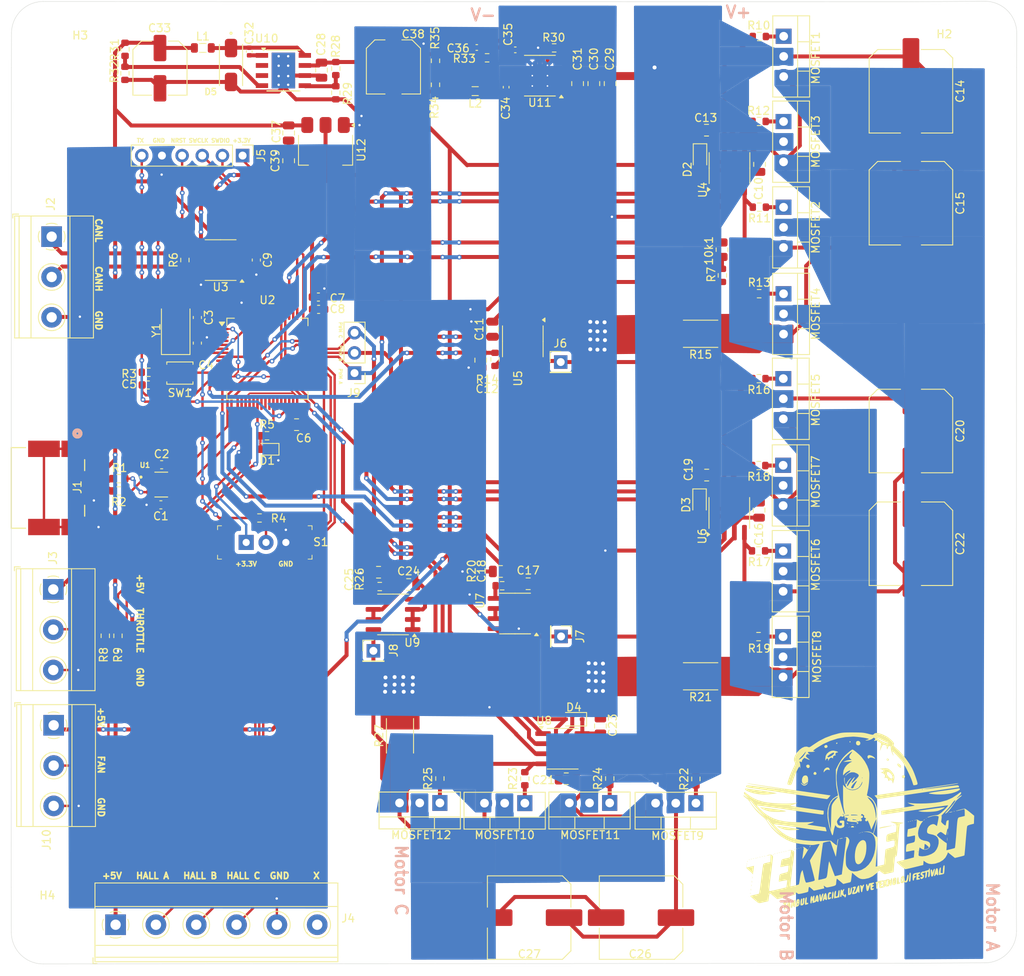
<source format=kicad_pcb>
(kicad_pcb (version 20240108) (generator "pcbnew") (generator_version "8.0")
  (layers (0 "F.Cu" signal) (31 "B.Cu" signal) (34 "B.Paste" user) (35 "F.Paste" user) (36 "B.SilkS" user "B.Silkscreen") (37 "F.SilkS" user "F.Silkscreen") (38 "B.Mask" user) (39 "F.Mask" user) (44 "Edge.Cuts" user))
  (net 0 "")
  (net 1 "+3.3V")
  (net 2 "+5V")
  (net 3 "GND")
  (net 4 "/OSC_IN")
  (net 5 "/OSC_OUT")
  (net 6 "Net-(U2-VCAP_1)")
  (net 7 "+12V")
  (net 8 "/CURR_A")
  (net 9 "/MOTOR_A")
  (net 10 "Net-(D2-K)")
  (net 11 "/POWER")
  (net 12 "/TP_A")
  (net 13 "/CURR_B")
  (net 14 "Net-(D3-K)")
  (net 15 "/MOTOR_B")
  (net 16 "/TP_B")
  (net 17 "Net-(D4-K)")
  (net 18 "/MOTOR_C")
  (net 19 "/CURR_C")
  (net 20 "/TP_C")
  (net 21 "Net-(U10-BOOT)")
  (net 22 "Net-(U10-PH)")
  (net 23 "/RegulatorStage/SW")
  (net 24 "/RegulatorStage/BST")
  (net 25 "/RegulatorStage/FB")
  (net 26 "Net-(C35-Pad2)")
  (net 27 "Net-(D1-A)")
  (net 28 "/CANH")
  (net 29 "/CANL")
  (net 30 "/THROTTLE")
  (net 31 "/HALL_A")
  (net 32 "/HALL_B")
  (net 33 "/HALL_C")
  (net 34 "/NRST")
  (net 35 "/SWCLK")
  (net 36 "/SWDIO")
  (net 37 "/PWM_A")
  (net 38 "/PWM_B")
  (net 39 "/PWM_C")
  (net 40 "Net-(MOSFET1-G)")
  (net 41 "Net-(MOSFET2-G)")
  (net 42 "Net-(MOSFET3-G)")
  (net 43 "Net-(MOSFET4-G)")
  (net 44 "Net-(MOSFET5-G)")
  (net 45 "Net-(MOSFET6-G)")
  (net 46 "Net-(MOSFET7-G)")
  (net 47 "Net-(MOSFET8-G)")
  (net 48 "Net-(MOSFET9-G)")
  (net 49 "Net-(MOSFET10-G)")
  (net 50 "Net-(MOSFET11-G)")
  (net 51 "Net-(MOSFET12-G)")
  (net 52 "/USB_DM")
  (net 53 "/USB_DP")
  (net 54 "/BOOT0")
  (net 55 "Net-(R4-Pad1)")
  (net 56 "/LED_RED")
  (net 57 "/PowerStage/GH_A")
  (net 58 "/PowerStage/GL_A")
  (net 59 "Net-(U5-OUT)")
  (net 60 "/PowerStage/GH_B")
  (net 61 "/PowerStage/GL_B")
  (net 62 "Net-(U7-OUT)")
  (net 63 "/PowerStage/GH_C")
  (net 64 "/PowerStage/GL_C")
  (net 65 "Net-(U9-OUT)")
  (net 66 "Net-(U10-EN)")
  (net 67 "Net-(U11-RON)")
  (net 68 "/RegulatorStage/VSENSE")
  (net 69 "/OTG_DM")
  (net 70 "/OTG_DP")
  (net 73 "/SD_A")
  (net 74 "/SD_B")
  (net 77 "/CAN_RX")
  (net 80 "/SD_C")
  (net 92 "/CAN_TX")
  (net 94 "/FAN")
  (net 98 "/UART_TX")
  (net 107 "/TEMP")
  (net 110 "Net-(J3-Pin_2)")
  (net 111 "Net-(J1-D-)")
  (net 112 "Net-(J1-D+)")
  (footprint "Capacitor_SMD:C_Elec_6.3x5.4" (layer "F.Cu") (at 121.990489 47.188037 -90)
    (property "Reference" "C33")
    (property "Value" "47uF")
  )
  (footprint "Resistor_SMD:R_0603_1608Metric" (layer "F.Cu") (at 167.955489 136.705536 -90)
    (property "Reference" "R23")
    (property "Value" "4.7")
  )
  (footprint "logos:teknofest_logo" (layer "F.Cu") (at 209.3 142.1)
    (property "Reference" "G***")
    (property "Value" "LOGO" (hide yes))
  )
  (footprint "Connector_PinHeader_2.54mm:PinHeader_1x06_P2.54mm_Vertical" (layer "F.Cu") (at 132.4 58.2 -90)
    (property "Reference" "J5")
    (property "Value" "Conn_01x06_Pin")
  )
  (footprint "MountingHole:MountingHole_3.2mm_M3" (layer "F.Cu") (at 107.535489 43.060536)
    (property "Reference" "H3")
    (property "Value" "MountingHole")
  )
  (footprint "Resistor_SMD:R_0603_1608Metric" (layer "F.Cu") (at 197.425 97.25)
    (property "Reference" "R18")
    (property "Value" "4.7")
  )
  (footprint "Resistor_SMD:R_0603_1608Metric" (layer "F.Cu") (at 117.577989 47.838037 -90)
    (property "Reference" "R32")
    (property "Value" "10k")
  )
  (footprint "Capacitor_SMD:C_Elec_10x10.2" (layer "F.Cu") (at 168.5 154.2 180)
    (property "Reference" "C27")
    (property "Value" "220uF")
  )
  (footprint "USBLC6-2SC6:SOT95P280X145-6N" (layer "F.Cu") (at 122.1525 99.65)
    (property "Reference" "U1")
    (property "Value" "USBLC6-2SC6")
  )
  (footprint "Capacitor_SMD:C_Elec_10x10.2" (layer "F.Cu") (at 216.6 107.1 -90)
    (property "Reference" "C22")
    (property "Value" "220uF")
  )
  (footprint "Package_SO:SOIC-8_3.9x4.9mm_P1.27mm" (layer "F.Cu") (at 167.700489 81.600536 -90)
    (property "Reference" "U5")
    (property "Value" "AD8418")
  )
  (footprint "Resistor_SMD:R_0603_1608Metric" (layer "F.Cu") (at 164.200489 83.875536 90)
    (property "Reference" "R14")
    (property "Value" "100")
  )
  (footprint "Capacitor_SMD:C_0805_2012Metric" (layer "F.Cu") (at 190.8675 98.452451 180)
    (property "Reference" "C19")
    (property "Value" "4.7uF")
  )
  (footprint "Package_SO:HSOP-8-1EP_3.9x4.9mm_P1.27mm_EP2.41x3.1mm_ThermalVias" (layer "F.Cu") (at 169.852989 48.133037 180)
    (property "Reference" "U11")
    (property "Value" "LM5164DDA")
  )
  (footprint "Capacitor_SMD:C_0402_1005Metric" (layer "F.Cu") (at 133.240489 45.088037 90)
    (property "Reference" "C32")
    (property "Value" "0.01uF")
  )
  (footprint "Package_TO_SOT_SMD:SOT-223-3_TabPin2" (layer "F.Cu") (at 142.85 57.5 -90)
    (property "Reference" "U12")
    (property "Value" "AMS1117-3.3")
  )
  (footprint "Connector_PinHeader_2.54mm:PinHeader_1x01_P2.54mm_Vertical" (layer "F.Cu") (at 172.477989 84.213037)
    (property "Reference" "J6")
    (property "Value" "Conn_01x01_Pin")
  )
  (footprint "Resistor_SMD:R_0603_1608Metric" (layer "F.Cu") (at 125.13 71.36 90)
    (property "Reference" "R6")
    (property "Value" "120")
  )
  (footprint "Resistor_SMD:R_0603_1608Metric" (layer "F.Cu") (at 197.4 118.8)
    (property "Reference" "R19")
    (property "Value" "4.7")
  )
  (footprint "Resistor_SMD:R_0603_1608Metric" (layer "F.Cu") (at 135.475 93.5)
    (property "Reference" "R5")
    (property "Value" "100")
  )
  (footprint "Capacitor_SMD:C_0805_2012Metric" (layer "F.Cu") (at 162.400489 83.975536 90)
    (property "Reference" "C12")
    (property "Value" "2.2uF")
  )
  (footprint "Resistor_SMD:R_0603_1608Metric" (layer "F.Cu") (at 189.505489 136.730536 -90)
    (property "Reference" "R22")
    (property "Value" "4.7")
  )
  (footprint "TerminalBlock_Phoenix:TerminalBlock_Phoenix_MKDS-1,5-3-5.08_1x03_P5.08mm_Horizontal" (layer "F.Cu") (at 108.55 112.85 -90)
    (property "Reference" "J3")
    (property "Value" "Screw_Terminal_01x03")
  )
  (footprint "Capacitor_SMD:C_0805_2012Metric" (layer "F.Cu") (at 139.2 92.1)
    (property "Reference" "C6")
    (property "Value" "2.2uF")
  )
  (footprint "Package_TO_SOT_THT:TO-220-3_Vertical" (layer "F.Cu") (at 200.55 75.61 -90)
    (property "Reference" "MOSFET4")
    (property "Value" "IRFB4110PBF")
  )
  (footprint "Capacitor_SMD:C_0805_2012Metric" (layer "F.Cu") (at 177.480489 130.060536 90)
    (property "Reference" "C23")
    (property "Value" "4.7uF")
  )
  (footprint "Resistor_SMD:R_0603_1608Metric" (layer "F.Cu") (at 149.677989 112.493037)
    (property "Reference" "R26")
    (property "Value" "100")
  )
  (footprint "Resistor_SMD:R_0603_1608Metric" (layer "F.Cu") (at 120.525 85.5 180)
    (property "Reference" "R3")
    (property "Value" "10k")
  )
  (footprint "Resistor_SMD:R_0603_1608Metric" (layer "F.Cu") (at 144.140489 50.288037 -90)
    (property "Reference" "R29")
    (property "Value" "2.2k")
  )
  (footprint "Resistor_SMD:R_0603_1608Metric" (layer "F.Cu") (at 197.475 53.9)
    (property "Reference" "R12")
    (property "Value" "4.7")
  )
  (footprint "Capacitor_SMD:C_Elec_6.3x5.4" (layer "F.Cu") (at 151.402989 47.033037 -90)
    (property "Reference" "C38")
    (property "Value" "47uF")
  )
  (footprint "Capacitor_SMD:C_0603_1608Metric" (layer "F.Cu") (at 120.525 87.1)
    (property "Reference" "C5")
    (property "Value" "100nF")
  )
  (footprint "Capacitor_SMD:C_0603_1608Metric" (layer "F.Cu") (at 126.7 78.6 -90)
    (property "Reference" "C3")
    (property "Value" "20pF")
  )
  (footprint "Package_SO:SOIC-8_3.9x4.9mm_P1.27mm" (layer "F.Cu") (at 193.7175 103.227451 90)
    (property "Reference" "U6")
    (property "Value" "IRS2184")
  )
  (footprint "Capacitor_SMD:C_0805_2012Metric" (layer "F.Cu") (at 138.2 58.85 90)
    (property "Reference" "C39")
    (property "Value" "10uF")
  )
  (footprint "Capacitor_SMD:C_0805_2012Metric" (layer "F.Cu") (at 164.875 110.595)
    (property "Reference" "C18")
    (property "Value" "2.2uF")
  )
  (footprint "Resistor_SMD:R_0603_1608Metric" (layer "F.Cu") (at 178.655489 136.680536 -90)
    (property "Reference" "R24")
    (property "Value" "4.7")
  )
  (footprint "Button_Switch_SMD:SW_SPST_B3U-1000P" (layer "F.Cu") (at 124.5 85.6 180)
    (property "Reference" "SW1")
    (property "Value" "SW_Push")
  )
  (footprint "Capacitor_SMD:C_0603_1608Metric" (layer "F.Cu") (at 141.95 76.025)
    (property "Reference" "C7")
    (property "Value" "0.1uF")
  )
  (footprint "Capacitor_SMD:C_0805_2012Metric" (layer "F.Cu") (at 174.602989 49.133037 -90)
    (property "Reference" "C31")
    (property "Value" "2.2uF")
  )
  (footprint "Resistor_SMD:R_0603_1608Metric" (layer "F.Cu") (at 117.590489 44.813037 -90)
    (property "Reference" "R31")
    (property "Value" "31.6k")
  )
  (footprint "Package_SO:SOIC-8_3.9x4.9mm_P1.27mm" (layer "F.Cu") (at 151.352989 116.008037 180)
    (property "Reference" "U9")
    (property "Value" "AD8418")
  )
  (footprint "Capacitor_SMD:C_0805_2012Metric" (layer "F.Cu") (at 142.340489 47.438037 -90)
    (property "Reference" "C28")
    (property "Value" "10uF")
  )
  (footprint "Resistor_SMD:R_0603_1608Metric" (layer "F.Cu") (at 163.202989 45.883037 180)
    (property "Reference" "R33")
    (property "Value" "453k")
  )
  (footprint "Resistor_SMD:R_0805_2012Metric" (layer "F.Cu") (at 192.794511 70.056964 -90)
    (property "Reference" "10k1")
    (property "Value" "Thermistor_NTC")
  )
  (footprint "Resistor_SMD:R_0603_1608Metric" (layer "F.Cu") (at 165.1 112.395)
    (property "Reference" "R20")
    (property "Value" "100")
  )
  (footprint "Package_TO_SOT_THT:TO-220-3_Vertical" (layer "F.Cu") (at 200.49 118.81 -90)
    (property "Reference" "MOSFET8")
    (property "Value" "IRFB4110PBF")
  )
  (footprint "Package_TO_SOT_THT:TO-220-3_Vertical" (layer "F.Cu") (at 200.565 43.17 -90)
    (property "Reference" "MOSFET1")
    (property "Value" "IRFB4110PBF")
  )
  (footprint "Capacitor_SMD:C_0402_1005Metric" (layer "F.Cu") (at 161.902989 44.583037 180)
    (property "Reference" "C36")
    (property "Value" "3.3nF")
  )
  (footprint "Capacitor_SMD:C_0805_2012Metric" (layer "F.Cu") (at 173.177989 136.710536 180)
    (property "Reference" "C21")
    (property "Value" "1uF")
  )
  (footprint "Resistor_SMD:R_2512_6332Metric" (layer "F.Cu") (at 152.227989 131.300537 90)
    (property "Reference" "R27")
    (property "Value" "0.001")
  )
  (footprint "Crystal:Crystal_SMD_5032-2Pin_5.0x3.2mm" (layer "F.Cu") (at 123.972011 80.216963 90)
    (property "Reference" "Y1")
    (property "Value" "8MHz")
  )
  (footprint "Package_TO_SOT_THT:TO-220-3_Vertical" (layer "F.Cu") (at 200.55 53.91 -90)
    (property "Reference" "MOSFET3")
    (property "Value" "IRFB4110PBF")
  )
  (footprint "Resistor_SMD:R_0603_1608Metric" (layer "F.Cu") (at 116.8 100.45)
    (property "Reference" "R2")
    (property "Value" "22")
  )
  (footprint "Diode_SMD:D_SOD-323" (layer "F.Cu") (at 174.130489 129.210536 180)
    (property "Reference" "D4")
    (property "Value" "1N4148WS")
  )
  (footprint "Package_SO:SOIC-8_3.9x4.9mm_P1.27mm" (layer "F.Cu") (at 172.725489 132.925536)
    (property "Reference" "U8")
    (property "Value" "IRS2184")
  )
  (footprint "Capacitor_SMD:C_0805_2012Metric" (layer "F.Cu") (at 197.52625 59.307501 -90)
    (property "Reference" "C10")
    (property "Value" "1uF")
  )
  (footprint "Diode_SMD:D_SOD-323" (layer "F.Cu") (at 189.9675 101.802451 -90)
    (property "Reference" "D3")
    (property "Value" "1N4148WS")
  )
  (footprint "Resistor_SMD:R_0603_1608Metric" (layer "F.Cu") (at 171.652989 44.633037 180)
    (property "Reference" "R30")
    (property "Value" "100k")
  )
  (footprint "Resistor_SMD:R_0603_1608Metric" (layer "F.Cu") (at 144.140489 47.238037 -90)
    (property "Reference" "R28")
    (property "Value" "4.7k")
  )
  (footprint "Resistor_SMD:R_0603_1608Metric" (layer "F.Cu") (at 156.702989 49.283037 90)
    (property "Reference" "R34")
    (property "Value" "453k")
  )
  (footprint "Capacitor_SMD:C_0805_2012Metric" (layer "F.Cu") (at 176.652989 49.133037 -90)
    (property "Reference" "C30")
    (property "Value" "10uF")
  )
  (footprint "Resistor_SMD:R_2512_6332Metric" (layer "F.Cu") (at 190.1 123.8 180)
    (property "Reference" "R21")
    (property "Value" "0.001")
  )
  (footprint "Package_TO_SOT_THT:TO-220-3_Vertical" (layer "F.Cu") (at 178.645489 139.755536 180)
    (property "Reference" "MOSFET11")
    (property "Value" "IRFB4110PBF")
  )
  (footprint "Resistor_SMD:R_0603_1608Metric" (layer "F.Cu") (at 197.5 43.2)
    (property "Reference" "R10")
    (property "Value" "4.7")
  )
  (footprint "Capacitor_SMD:C_0805_2012Metric" (layer "F.Cu") (at 190.84625 55 180)
    (property "Reference" "C13")
    (property "Value" "4.7uF")
  )
  (footprint "Package_SO:SOIC-8_3.9x4.9mm_P1.27mm" (layer "F.Cu") (at 129.63 71.365 180)
    (property "Reference" "U3")
    (property "Value" "TJA1051T-3")
  )
  (footprint "Resistor_SMD:R_0603_1608Metric" (layer "F.Cu") (at 134.53 103.856249 180)
    (property "Reference" "R4")
    (property "Value" "10k")
  )
  (footprint "Resistor_SMD:R_0603_1608Metric" (layer "F.Cu") (at 116.7 118.7 -90)
    (property "Reference" "R9")
    (property "Value" "1k")
  )
  (footprint "Package_TO_SOT_THT:TO-220-3_Vertical" (layer "F.Cu") (at 157.255489 139.755536 180)
    (property "Reference" "MOSFET12")
    (property "Value" "IRFB4110PBF")
  )
  (footprint "MountingHole:MountingHole_3.2mm_M3" (layer "F.Cu") (at 107.8 155.6)
    (property "Reference" "H4")
    (property "Value" "MountingHole")
  )
  (footprint "Resistor_SMD:R_0603_1608Metric" (layer "F.Cu") (at 192.844511 73.294464 90)
    (property "Reference" "R7")
    (property "Value" "10k")
  )
  (footprint "TerminalBlock_Phoenix:TerminalBlock_Phoenix_MKDS-1,5-3-5.08_1x03_P5.08mm_Horizontal" (layer "F.Cu") (at 108.345 68.415 -90)
    (property "Reference" "J2")
    (property "Value" "Screw_Terminal_01x03")
  )
  (footprint "Package_SO:SOIC-8_3.9x4.9mm_P1.27mm" (layer "F.Cu") (at 193.74125 59.775 90)
    (property "Reference" "U4")
    (property "Value" "IRS2184")
  )
  (footprint "Connector_PinHeader_2.54mm:PinHeader_1x01_P2.54mm_Vertical" (layer "F.Cu") (at 172.522011 118.781963 -90)
    (property "Reference" "J7")
    (property "Value" "Conn_01x01_Pin")
  )
  (footprint "Resistor_SMD:R_0603_1608Metric" (layer "F.Cu") (at 197.5 64.7)
    (property "Reference" "R11")
    (property "Value" "4.7")
  )
  (footprint "Capacitor_SMD:C_0805_2012Metric" (layer "F.Cu") (at 153.327989 112.243037)
    (property "Reference" "C24")
    (property "Value" "2.2uF")
  )
  (footprint "Capacitor_SMD:C_Elec_10x10.2" (layer "F.Cu") (at 216.6 64.2 -90)
    (property "Reference" "C15")
    (property "Value" "220uF")
  )
  (footprint "Capacitor_SMD:C_0805_2012Metric" (layer "F.Cu") (at 178.702989 49.133037 -90)
    (property "Reference" "C29")
    (property "Value" "10uF")
  )
  (footprint "565790576:56579-0576_MOL" (layer "F.Cu") (at 107.8792 100.06965 -90)
    (property "Reference" "J1")
    (property "Value" "565790576")
  )
  (footprint "Capacitor_SMD:C_0402_1005Metric" (layer "F.Cu") (at 166.752989 44.883037 180)
    (property "Reference" "C35")
    (property "Value" "56pF")
  )
  (footprint "Inductor_SMD:L_0805_2012Metric" (layer "F.Cu") (at 127.390489 44.638037 180)
    (property "Reference" "L1")
    (property "Value" "15uH")
  )
  (footprint "Capacitor_SMD:C_Elec_10x10.2" (layer "F.Cu") (at 216.6 92.9 -90)
    (property "Reference" "C20")
    (property "Value" "220uF")
  )
  (footprint "Resistor_SMD:R_2512_6332Metric" (layer "F.Cu") (at 190.1 80.65 180)
    (property "Reference" "R15")
    (property "Value" "0.001")
  )
  (footprint "Capacitor_SMD:C_0603_1608Metric" (layer "F.Cu") (at 122.1025 102.2 180)
    (property "Reference" "C1")
    (property "Value" "0.1uF")
  )
  (footprint "Resistor_SMD:R_0603_1608Metric" (layer "F.Cu") (at 157.255489 136.680536 -90)
    (property "Reference" "R25")
    (property "Value" "4.7")
  )
  (footprint "Capacitor_SMD:C_0603_1608Metric" (layer "F.Cu") (at 122.2025 97.15 180)
    (property "Reference" "C2")
    (property "Value" "0.1uF")
  )
  (footprint "Package_TO_SOT_THT:TO-220-3_Vertical" (layer "F.Cu") (at 200.5 97.22 -90)
    (property "Reference" "MOSFET7")
    (property "Value" "IRFB4110PBF")
  )
  (footprint "Resistor_SMD:R_0603_1608Metric" (layer "F.Cu") (at 197.475 75.6)
    (property "Reference" "R13")
    (property "Value" "4.7")
  )
  (footprint "Capacitor_SMD:C_0805_2012Metric" (layer "F.Cu") (at 149.527989 110.693037)
    (property "Reference" "C25")
    (property "Value" "2.2uF")
  )
  (footprint "Diode_SMD:D_SOD-323" (layer "F.Cu") (at 190.02625 58.325 -90)
    (property "Reference" "D2")
    (property "Value" "1N4148WS")
  )
  (footprint "Resistor_SMD:R_0603_1608Metric" (layer "F.Cu") (at 197.4 108)
    (property "Reference" "R17")
    (property "Value" "4.7")
  )
  (footprint "Package_TO_SOT_THT:TO-220-3_Vertical" (layer "F.Cu") (at 167.955489 139.785536 180)
    (property "Reference" "MOSFET10")
    (property "Value" "IRFB4110PBF")
  )
  (footprint "Capacitor_SMD:C_0402_1005Metric" (layer "F.Cu") (at 165.602989 49.583037 90)
    (property "Reference" "C34")
    (property "Value" "2.2nF")
  )
  (footprint "Resistor_SMD:R_0603_1608Metric" (layer "F.Cu") (at 116.8 98.9 180)
    (property "Reference" "R1")
    (property "Value" "22")
  )
  (footprint "Package_TO_SOT_THT:TO-220-3_Vertical" (layer "F.Cu") (at 189.510489 139.785536 180)
    (property "Reference" "MOSFET9")
    (property "Value" "IRFB4110PBF")
  )
  (footprint "Package_TO_SOT_THT:TO-220-3_Vertical" (layer "F.Cu") (at 200.55 64.71 -90)
    (property "Reference" "MOSFET2")
    (property "Value" "IRFB4110PBF")
  )
  (footprint "Package_QFP:LQFP-64_10x10mm_P0.5mm" (layer "F.Cu") (at 135.525 83.8)
    (property "Reference" "U2")
    (property "Value" "STM32F446RETx")
  )
  (footprint "Capacitor_SMD:C_0805_2012Metric" (layer "F.Cu") (at 168.375 112.145)
    (property "Reference" "C17")
    (property "Value" "2.2uF")
  )
  (footprint "TerminalBlock_Phoenix:TerminalBlock_Phoenix_MKDS-1,5-6-5.08_1x06_P5.08mm_Horizontal" (layer "F.Cu") (at 116.4 155.1)
    (property "Reference" "J4")
    (property "Value" "Screw_Terminal_01x06")
  )
  (footprint "Capacitor_SMD:C_Elec_10x10.2" (layer "F.Cu") (at 182.6 154.2 180)
    (property "Reference" "C26")
    (property "Value" "220uF")
  )
  (footprint "Capacitor_SMD:C_Elec_10x10.2" (layer "F.Cu") (at 216.6 50.1 -90)
    (property "Reference" "C14")
    (property "Value" "220uF")
  )
  (footprint "Capacitor_SMD:C_0805_2012Metric" (layer "F.Cu") (at 163.895489 80.075536 90)
    (property "Reference" "C11")
    (property "Value" "2.2uF")
  )
  (footprint "Capacitor_SMD:C_0603_1608Metric" (layer "F.Cu") (at 134.13 71.36 -90)
    (property "Reference" "C9")
    (property "Value" "0.1uF")
  )
  (footprint "Capacitor_SMD:C_0603_1608Metric" (layer "F.Cu") (at 126.7 81.825 90)
    (property "Reference" "C4")
    (property "Value" "20pF")
  )
  (footprint "Package_TO_SOT_THT:TO-220-3_Vertical" (layer "F.Cu") (at 200.52 86.3 -90)
    (property "Reference" "MOSFET5")
    (property "Value" "IRFB4110PBF")
  )
  (footprint "B340A-13-F:DIOM5226X240N" (layer "F.Cu") (at 130.940489 46.788037 -90)
    (property "Reference" "D5")
    (property "Value" "B340A-13-F")
  )
  (footprint "Resistor_SMD:R_0603_1608Metric" (layer "F.Cu") (at 156.702989 46.258037 90)
    (property "Reference" "R35")
    (property "Value" "49.9K")
  )
  (footprint "Connector_PinHeader_2.54mm:PinHeader_1x01_P2.54mm_Vertical" (layer "F.Cu") (at 148.877989 120.593037)
    (property "Reference" "J8")
    (property "Value" "Conn_01x01_Pin")
  )
  (footprint "Package_SO:SOIC-8_3.9x4.9mm_P1.27mm" (layer "F.Cu") (at 166.725 115.895 180)
    (property "Reference" "U7")
    (property "Value" "AD8418")
  )
  (footprint "Package_TO_SOT_THT:TO-220-3_Vertical" (layer "F.Cu") (at 200.5 108.02 -90)
    (property "Reference" "MOSFET6")
    (property "Value" "IRFB4110PBF")
  )
  (footprint "Capacitor_SMD:C_0805_2012Metric" (layer "F.Cu") (at 138.2 55.35 -90)
    (property "Reference" "C37")
    (property "Value" "10uF")
  )
  (footprint "Resistor_SMD:R_0603_1608Metric" (layer "F.Cu") (at 115.1 118.7 -90)
    (property "Reference" "R8")
    (property "Value" "1k")
  )
  (footprint "digikey-footprints:Switch_Slide_11.6x4mm_EG1218" (layer "F.Cu") (at 132.85 106.93875)
    (property "Reference" "S1")
    (property "Value" "EG1218")
  )
  (footprint "Connector_PinHeader_2.54mm:PinHeader_1x03_P2.54mm_Vertical" (layer "F.Cu") (at 146.5 85.6 180)
    (property "Reference" "J9")
    (property "Value" "Conn_01x03_Pin")
  )
  (footprint "Resistor_SMD:R_0603_1608Metric" (layer "F.Cu") (at 197.45 86.3)
    (property "Reference" "R16")
    (property "Value" "4.7")
  )
  (footprint "Capacitor_SMD:C_0603_1608Metric" (layer "F.Cu") (at 141.975 77.575)
    (property "Reference" "C8")
    (property "Value" "0.1uF")
  )
  (footprint "LED_SMD:LED_0603_1608Metric" (layer "F.Cu") (at 135.5 95.2 180)
    (property "Reference" "D1")
    (property "Value" "LED")
  )
  (footprint "MountingHole:MountingHole_3.2mm_M3" (layer "F.Cu") (at 225.7 43)
    (property "Reference" "H2")
    (property "Value" "MountingHole")
  )
  (footprint "TerminalBlock_Phoenix:TerminalBlock_Phoenix_MKDS-1,5-3-5.08_1x03_P5.08mm_Horizontal" (layer "F.Cu") (at 108.6 129.97 -90)
    (property "Reference" "J10")
    (property "Value" "Screw_Terminal_01x03")
  )
  (footprint "Package_SO:TI_SO-PowerPAD-8_ThermalVias" (layer "F.Cu") (at 137.540489 47.483037)
    (property "Reference" "U10")
    (property "Value" "TPS5430DDA")
  )
  (footprint "Inductor_SMD:L_0805_2012Metric" (layer "F.Cu") (at 161.7 50.083037 180)
    (property "Reference" "L2")
    (property "Value" "68uH")
  )
  (footprint "Capacitor_SMD:C_0805_2012Metric" (layer "F.Cu") (at 197.4675 102.865002 -90)
    (property "Reference" "C16")
    (property "Value" "1uF")
  )
  (gr_arc (start 229.9 155.9) (mid 228.728414 158.7284) (end 225.9 159.9) (stroke (width 0.05)) (layer "Edge.Cuts"))
  (gr_line (start 215.735489 159.960536) (end 225.9 159.9) (stroke (width 0.05)) (layer "Edge.Cuts"))
  (gr_line (start 229.9 155.9) (end 229.875 150.225) (stroke (width 0.05)) (layer "Edge.Cuts"))
  (gr_line (start 229.910489 47.085536) (end 229.927989 42.763037) (stroke (width 0.05)) (layer "Edge.Cuts"))
  (gr_arc (start 103.285489 42.788037) (mid 104.457062 39.959609) (end 107.285489 38.788036) (stroke (width 0.05)) (layer "Edge.Cuts"))
  (gr_line (start 215.763478 38.823573) (end 107.285489 38.788037) (stroke (width 0.05)) (layer "Edge.Cuts"))
  (gr_line (start 103.239511 150.364464) (end 103.264511 156.039464) (stroke (width 0.05)) (layer "Edge.Cuts"))
  (gr_arc (start 225.927989 38.763037) (mid 228.75641 39.934608) (end 229.927989 42.763037) (stroke (width 0.05)) (layer "Edge.Cuts"))
  (gr_line (start 103.239511 150.364464) (end 103.275 47.125) (stroke (width 0.05)) (layer "Edge.Cuts"))
  (gr_arc (start 107.264511 160.039464) (mid 104.436084 158.867891) (end 103.264511 156.039464) (stroke (width 0.05)) (layer "Edge.Cuts"))
  (gr_line (start 107.264511 160.039464) (end 215.735489 159.960536) (stroke (width 0.05)) (layer "Edge.Cuts"))
  (gr_line (start 103.285489 42.788037) (end 103.275 47.125) (stroke (width 0.05)) (layer "Edge.Cuts"))
  (gr_line (start 229.875 150.225) (end 229.910489 47.085536) (stroke (width 0.05)) (layer "Edge.Cuts"))
  (gr_line (start 225.927989 38.763037) (end 215.763478 38.823573) (stroke (width 0.05)) (layer "Edge.Cuts"))
  (gr_text "Motor C" (at 151.510489 144.885536 270) (layer "B.SilkS") (effects (font (size 1.5 1.5) (thickness 0.3) (bold yes)) (justify left bottom)))
  (gr_text "Motor A" (at 226 149.6 270) (layer "B.SilkS") (effects (font (size 1.5 1.5) (thickness 0.3) (bold yes)) (justify left bottom)))
  (gr_text "V-" (at 160.935489 41.360536 0) (layer "B.SilkS") (effects (font (size 1.5 1.5) (thickness 0.3) (bold yes)) (justify left bottom)))
  (gr_text "V+" (at 193.1 41 0) (layer "B.SilkS") (effects (font (size 1.5 1.5) (thickness 0.3) (bold yes)) (justify left bottom)))
  (gr_text "Motor B" (at 200 150.6 270) (layer "B.SilkS") (effects (font (size 1.5 1.5) (thickness 0.3) (bold yes)) (justify left bottom)))
  (gr_text "+3.3V      GND" (at 131.4 110 0) (layer "F.SilkS") (effects (font (size 0.6 0.6) (thickness 0.15) (bold yes)) (justify left bottom)))
  (gr_text "PWM C   PWM B   PWM A" (at 144.5 79.1 270) (layer "F.SilkS") (effects (font (size 0.4 0.4) (thickness 0.1) (bold yes)) (justify left bottom)))
  (gr_text "CANL     CANH    GND" (at 113.8 66 270) (layer "F.SilkS") (effects (font (size 0.8 0.8) (thickness 0.2) (bold yes)) (justify left bottom)))
  (gr_text "+5V      FAN     GND" (at 114.1 127.6 270) (layer "F.SilkS") (effects (font (size 0.8 0.8) (thickness 0.2) (bold yes)) (justify left bottom)))
  (gr_text "+5V   THROTTLE   GND" (at 119 110.8 270) (layer "F.SilkS") (effects (font (size 0.8 0.8) (thickness 0.2) (bold yes)) (justify left bottom)))
  (gr_text "+5V   HALL A   HALL B  HALL C  GND     X" (at 114.6 149.4 0) (layer "F.SilkS") (effects (font (size 0.8 0.8) (thickness 0.2) (bold yes)) (justify left bottom)))
  (gr_text "TX   GND  NRST SWCLK SWDIO +3.3V" (at 119 56.6 0) (layer "F.SilkS") (effects (font (size 0.5 0.5) (thickness 0.125) (bold yes)) (justify left bottom)))
  (segment (start 141.15 76) (end 141.175 76.025) (width 0.5) (layer "F.Cu") (net 1))
  (segment (start 152.377989 112.243037) (end 152.377989 112.968037) (width 0.5) (layer "F.Cu") (net 1))
  (segment (start 189.2 69.15) (end 189.205536 69.144464) (width 0.5) (layer "F.Cu") (net 1))
  (segment (start 149.972989 115.373037) (end 148.877989 115.373037) (width 0.5) (layer "F.Cu") (net 1))
  (segment (start 131.15 80.05) (end 129.85 80.05) (width 0.2) (layer "F.Cu") (net 1))
  (segment (start 133.29259 88.15) (end 132.775 88.66759) (width 0.2) (layer "F.Cu") (net 1))
  (segment (start 148.877989 115.373037) (end 148.877989 116.643037) (width 0.5) (layer "F.Cu") (net 1))
  (segment (start 119.75 87.930761) (end 119.75 87.1) (width 0.3) (layer "F.Cu") (net 1))
  (segment (start 130.255 71.52) (end 130.255 76.605) (width 0.3) (layer "F.Cu") (net 1))
  (segment (start 167.065489 83.100537) (end 164.990488 81.025536) (width 0.5) (layer "F.Cu") (net 1))
  (segment (start 164.990488 81.025536) (end 163.895489 81.025536) (width 0.5) (layer "F.Cu") (net 1))
  (segment (start 153.375536 81.025536) (end 152.35 80) (width 0.5) (layer "F.Cu") (net 1))
  (segment (start 152.35 102.7) (end 152.35 80) (width 0.5) (layer "F.Cu") (net 1))
  (segment (start 130.255 76.605) (end 131.775 78.125) (width 0.3) (layer "F.Cu") (net 1))
  (segment (start 129.85 86.05) (end 128.65 86.05) (width 0.3) (layer "F.Cu") (net 1))
  (segment (start 120.219239 88.4) (end 119.75 87.930761) (width 0.3) (layer "F.Cu") (net 1))
  (segment (start 141.15 62.35) (end 141.15 76) (width 0.5) (layer "F.Cu") (net 1))
  (segment (start 152.35 80) (end 152.35 66.85) (width 0.5) (layer "F.Cu") (net 1))
  (segment (start 189.2 69.15) (end 159.65 69.15) (width 0.5) (layer "F.Cu") (net 1))
  (segment (start 138.2 59.8) (end 139.05 60.65) (width 0.5) (layer "F.Cu") (net 1))
  (segment (start 168.335489 84.075536) (end 167.065489 84.075536) (width 0.5) (layer "F.Cu") (net 1))
  (segment (start 157.75 103.763037) (end 153.413037 103.763037) (width 0.5) (layer "F.Cu") (net 1))
  (segment (start 167.425 110.473122) (end 167.425 112.145) (width 0.5) (layer "F.Cu") (net 1))
  (segment (start 128.65 86.05) (end 126.3 88.4) (width 0.3) (layer "F.Cu") (net 1))
  (segment (start 163.895489 81.025536) (end 159.25 81.025536) (width 0.5) (layer "F.Cu") (net 1))
  (segment (start 149.8 60.65) (end 142.85 60.65) (width 0.5) (layer "F.Cu") (net 1))
  (segment (start 131.25 86.05) (end 131.85 85.45) (width 0.2) (layer "F.Cu") (net 1))
  (segment (start 132.4 58.75) (end 134.3 60.65) (width 0.3) (layer "F.Cu") (net 1))
  (segment (start 159.25 103.763037) (end 159.3 103.813037) (width 0.5) (layer "F.Cu") (net 1))
  (segment (start 126.3 88.4) (end 120.219239 88.4) (width 0.3) (layer "F.Cu") (net 1))
  (segment (start 128.195 69.46) (end 130.255 71.52) (width 0.3) (layer "F.Cu") (net 1))
  (segment (start 157.6 69.15) (end 154.65 69.15) (width 0.5) (layer "F.Cu") (net 1))
  (segment (start 134.3 60.65) (end 132.54 60.65) (width 0.5) (layer "F.Cu") (net 1))
  (segment (start 152.377989 112.968037) (end 149.972989 115.373037) (width 0.5) (layer "F.Cu") (net 1))
  (segment (start 164.25 115.26) (end 165.224999 115.26) (width 0.5) (layer "F.Cu") (net 1))
  (segment (start 152.35 66.85) (end 152.35 63.2) (width 0.5) (layer "F.Cu") (net 1))
  (segment (start 119.7 85.5) (end 119.7 87.05) (width 0.3) (layer "F.Cu") (net 1))
  (segment (start 138.856498 88.15) (end 133.4 88.15) (width 0.2) (layer "F.Cu") (net 1))
  (segment (start 167.065489 84.075536) (end 167.065489 83.100537) (width 0.5) (layer "F.Cu") (net 1))
  (segment (start 142.85 60.65) (end 141.15 62.35) (width 0.5) (layer "F.Cu") (net 1))
  (segment (start 152.35 102.7) (end 152.35 112.215048) (width 0.5) (layer "F.Cu") (net 1))
  (segment (start 129.55 61.85) (end 127.155 64.245) (width 0.5) (layer "F.Cu") (net 1))
  (segment (start 165.224999 115.26) (end 167.425 113.059999) (width 0.5) (layer "F.Cu") (net 1))
  (segment (start 141.2 80.05) (end 141.2 77.575) (width 0.3) (layer "F.Cu") (net 1))
  (segment (start 159.3 103.813037) (end 160.764915 103.813037) (width 0.5) (layer "F.Cu") (net 1))
  (segment (start 127.155 64.245) (end 127.155 65.345) (width 0.5) (layer "F.Cu") (net 1))
  (segment (start 131.25 86.05) (end 131.85 86.05) (width 0.2) (layer "F.Cu") (net 1))
  (segment (start 119.7 87.05) (end 119.75 87.1) (width 0.5) (layer "F.Cu") (net 1))
  (segment (start 142.85 60.65) (end 134.3 60.65) (width 0.5) (layer "F.Cu") (net 1))
  (segment (start 141.2 77.575) (end 141.2 76.05) (width 0.3) (layer "F.Cu") (net 1))
  (segment (start 131.85 85.45) (end 131.85 84.2) (width 0.2) (layer "F.Cu") (net 1))
  (segment (start 129.1 99.9) (end 132.775 96.225) (width 0.3) (layer "F.Cu") (net 1))
  (segment (start 142.85 54.35) (end 142.85 60.65) (width 0.5) (layer "F.Cu") (net 1))
  (segment (start 164.25 116.53) (end 164.25 115.26) (width 0.5) (layer "F.Cu") (net 1))
  (segment (start 167.425 113.059999) (end 167.425 112.145) (width 0.5) (layer "F.Cu") (net 1))
  (segment (start 141.175 77.55) (end 141.2 77.575) (width 0.3) (layer "F.Cu") (net 1))
  (segment (start 135.05 86.05) (end 136.756498 86.05) (width 0.2) (layer "F.Cu") (net 1))
  (segment (start 189.205536 69.144464) (end 192.794511 69.144464) (width 0.5) (layer "F.Cu") (net 1))
  (segment (start 132.775 88.66759) (end 132.775 89.475) (width 0.2) (layer "F.Cu") (net 1))
  (segment (start 132.4 58.2) (end 132.4 58.75) (width 0.3) (layer "F.Cu") (net 1))
  (segment (start 153.413037 103.763037) (end 152.35 102.7) (width 0.5) (layer "F.Cu") (net 1))
  (segment (start 157.75 81.025536) (end 153.375536 81.025536) (width 0.5) (layer "F.Cu") (net 1))
  (segment (start 136.756498 86.05) (end 138.856498 88.15) (width 0.2) (layer "F.Cu") (net 1))
  (segment (start 132.775 96.225) (end 132.775 89.475) (width 0.3) (layer "F.Cu") (net 1))
  (segment (start 139.275 88.568502) (end 138.856498 88.15) (width 0.2) (layer "F.Cu") (net 1))
  (segment (start 129.85 80.05) (end 131.775 78.125) (width 0.3) (layer "F.Cu") (net 1))
  (segment (start 152.35 63.2) (end 149.8 60.65) (width 0.5) (layer "F.Cu") (net 1))
  (segment (start 127.155 69.46) (end 127.155 67.82) (width 0.5) (layer "F.Cu") (net 1))
  (segment (start 152.35 112.215048) (end 152.377989 112.243037) (width 0.5) (layer "F.Cu") (net 1))
  (segment (start 129.85 86.05) (end 131.25 86.05) (width 0.2) (layer "F.Cu") (net 1))
  (segment (start 139.05 60.65) (end 142.85 60.65) (width 0.5) (layer "F.Cu") (net 1))
  (segment (start 132.8575 106.93125) (end 132.85 106.93875) (width 0.3) (layer "F.Cu") (net 1))
  (segment (start 127.155 69.46) (end 128.195 69.46) (width 0.3) (layer "F.Cu") (net 1))
  (segment (start 141.2 76.05) (end 141.175 76.025) (width 0.2) (layer "F.Cu") (net 1))
  (segment (start 139.275 89.475) (end 139.275 88.568502) (width 0.2) (layer "F.Cu") (net 1))
  (segment (start 160.764915 103.813037) (end 167.425 110.473122) (width 0.5) (layer "F.Cu") (net 1))
  (segment (start 154.65 69.15) (end 152.35 66.85) (width 0.5) (layer "F.Cu") (net 1))
  (segment (start 131.3 60.65) (end 132.54 60.65) (width 0.5) (layer "F.Cu") (net 1))
  (via (at 127.155 67.82) (size 0.6) (drill 0.3) (layers "F.Cu" "B.Cu") (net 1))
  (via (at 129.55 61.85) (size 0.6) (drill 0.3) (layers "F.Cu" "B.Cu") (net 1))
  (via (at 131.85 84.2) (size 0.6) (drill 0.3) (layers "F.Cu" "B.Cu") (net 1))
  (via (at 157.75 81.025536) (size 0.6) (drill 0.3) (layers "F.Cu" "B.Cu") (net 1))
  (via (at 135.05 86.05) (size 0.6) (drill 0.3) (layers "F.Cu" "B.Cu") (net 1))
  (via (at 131.3 60.65) (size 0.6) (drill 0.3) (layers "F.Cu" "B.Cu") (net 1))
  (via (at 131.15 80.05) (size 0.6) (drill 0.3) (layers "F.Cu" "B.Cu") (net 1))
  (via (at 157.6 69.15) (size 0.6) (drill 0.3) (layers "F.Cu" "B.Cu") (net 1))
  (via (at 157.75 103.763037) (size 0.6) (drill 0.3) (layers "F.Cu" "B.Cu") (net 1))
  (via (at 159.25 81.025536) (size 0.6) (drill 0.3) (layers "F.Cu" "B.Cu") (net 1))
  (via (at 159.65 69.15) (size 0.6) (drill 0.3) (layers "F.Cu" "B.Cu") (net 1))
  (via (at 131.85 86.05) (size 0.6) (drill 0.3) (layers "F.Cu" "B.Cu") (net 1))
  (via (at 159.25 103.763037) (size 0.6) (drill 0.3) (layers "F.Cu" "B.Cu") (net 1))
  (via (at 129.1 99.9) (size 0.6) (drill 0.3) (layers "F.Cu" "B.Cu") (net 1))
  (via (at 127.155 65.345) (size 0.6) (drill 0.3) (layers "F.Cu" "B.Cu") (net 1))
  (segment (start 132.85 104.7) (end 132.85 106.93875) (width 0.3) (layer "B.Cu") (net 1))
  (segment (start 131.85 80.75) (end 131.15 80.05) (width 0.2) (layer "B.Cu") (net 1))
  (segment (start 159.25 103.763037) (end 157.75 103.763037) (width 0.5) (layer "B.Cu") (net 1))
  (segment (start 129.55 61.85) (end 130.75 60.65) (width 0.5) (layer "B.Cu") (net 1))
  (segment (start 129.1 100.95) (end 132.85 104.7) (width 0.3) (layer "B.Cu") (net 1))
  (segment (start 157.75 81.025536) (end 159.25 81.025536) (width 0.5) (layer "B.Cu") (net 1))
  (segment (start 159.65 69.15) (end 157.6 69.15) (width 0.5) (layer "B.Cu") (net 1))
  (segment (start 131.85 84.2) (end 131.85 80.75) (width 0.2) (layer "B.Cu") (net 1))
  (segment (start 129.1 99.9) (end 129.1 100.95) (width 0.3) (layer "B.Cu") (net 1))
  (segment (start 135.05 86.05) (end 131.85 86.05) (width 0.2) (layer "B.Cu") (net 1))
  (segment (start 130.75 60.65) (end 131.3 60.65) (width 0.5) (layer "B.Cu") (net 1))
  (segment (start 127.155 65.345) (end 127.155 67.82) (width 0.5) (layer "B.Cu") (net 1))
  (segment (start 122.8775 102.2) (end 122.4025 101.725) (width 0.3) (layer "F.Cu") (net 2))
  (segment (start 122.4025 101.725) (end 122.4025 100.05) (width 0.3) (layer "F.Cu") (net 2))
  (segment (start 122.002989 44.638037) (end 121.990489 44.650537) (width 0.5) (layer "F.Cu") (net 2))
  (segment (start 133.985 70.73) (end 134.13 70.585) (width 0.3) (layer "F.Cu") (net 2))
  (segment (start 123.4075 99.65) (end 122.8025 99.65) (width 0.3) (layer "F.Cu") (net 2))
  (segment (start 118.5 127.2) (end 116.4 129.3) (width 0.5) (layer "F.Cu") (net 2))
  (segment (start 116.35 102.7) (end 116.35 105.75) (width 0.5) (layer "F.Cu") (net 2))
  (segment (start 116.35 95.9) (end 116.35 96.5) (width 0.5) (layer "F.Cu") (net 2))
  (segment (start 140.5 54.4) (end 140.55 54.35) (width 0.5) (layer "F.Cu") (net 2))
  (segment (start 116.35 105.75) (end 109.25 112.85) (width 0.5) (layer "F.Cu") (net 2))
  (segment (start 122.4025 100.05) (end 122.8025 99.65) (width 0.3) (layer "F.Cu") (net 2))
  (segment (start 118 96.1) (end 116.35 94.45) (width 0.5) (layer "F.Cu") (net 2))
  (segment (start 118.527989 61.45) (end 116.327989 59.25) (width 0.5) (layer "F.Cu") (net 2))
  (segment (start 117.590489 43.988037) (end 116.327989 45.250537) (width 0.5) (layer "F.Cu") (net 2))
  (segment (start 122.4025 99.25) (end 122.4025 97.725) (width 0.3) (layer "F.Cu") (net 2))
  (segment (start 121.327989 43.988037) (end 121.990489 44.650537) (width 0.5) (layer "F.Cu") (net 2))
  (segment (start 116.327989 58.4) (end 116.327989 52) (width 0.5) (layer "F.Cu") (net 2))
  (segment (start 116.327989 52.363037) (end 118.377989 54.413037) (width 0.5) (layer "F.Cu") (net 2))
  (segment (start 116.4 129.3) (end 116.4 155.1) (width 0.5) (layer "F.Cu") (net 2))
  (segment (start 122.4025 97.725) (end 122.9775 97.15) (width 0.3) (layer "F.Cu") (net 2))
  (segment (start 116.327989 63.722011) (end 116.327989 59.25) (width 0.5) (layer "F.Cu") (net 2))
  (segment (start 136.627989 54.413037) (end 136.641026 54.4) (width 0.5) (layer "F.Cu") (net 2))
  (segment (start 121.9275 96.1) (end 118 96.1) (width 0.5) (layer "F.Cu") (net 2))
  (segment (start 116.327989 59.25) (end 116.327989 58.4) (width 0.5) (layer "F.Cu") (net 2))
  (segment (start 138.2 54.4) (end 140.5 54.4) (width 0.5) (layer "F.Cu") (net 2))
  (segment (start 118.377989 54.413037) (end 136.627989 54.413037) (width 0.5) (layer "F.Cu") (net 2))
  (segment (start 116.35 72.935) (end 116.35 94.45) (width 0.5) (layer "F.Cu") (net 2))
  (segment (start 117.590489 43.988037) (end 121.327989 43.988037) (width 0.5) (layer "F.Cu") (net 2))
  (segment (start 114.38035 98.46965) (end 111.6 98.46965) (width 0.5) (layer "F.Cu") (net 2))
  (segment (start 132.105 70.73) (end 131.28 70.73) (width 0.5) (layer "F.Cu") (net 2))
  (segment (start 116.327989 45.250537) (end 116.327989 52) (width 0.5) (layer "F.Cu") (net 2))
  (segment (start 122 61.45) (end 118.527989 61.45) (width 0.5) (layer "F.Cu") (net 2))
  (segment (start 122.8025 99.65) (end 122.4025 99.25) (width 0.3) (layer "F.Cu") (net 2))
  (segment (start 116.35 102.7) (end 116.35 112.3) (width 0.5) (layer "F.Cu") (net 2))
  (segment (start 116.35 96.5) (end 114.38035 98.46965) (width 0.5) (layer "F.Cu") (net 2))
  (segment (start 136.641026 54.4) (end 138.2 54.4) (width 0.5) (layer "F.Cu") (net 2))
  (segment (start 116.35 94.45) (end 116.35 95.9) (width 0.5) (layer "F.Cu") (net 2))
  (segment (start 122.9775 97.15) (end 121.9275 96.1) (width 0.5) (layer "F.Cu") (net 2))
  (segment (start 116.327989 52) (end 116.327989 52.363037) (width 0.5) (layer "F.Cu") (net 2))
  (segment (start 132.105 70.73) (end 133.985 70.73) (width 0.3) (layer "F.Cu") (net 2))
  (segment (start 116.35 69.77) (end 116.35 63.744022) (width 0.5) (layer "F.Cu") (net 2))
  (segment (start 126.327989 44.638037) (end 122.002989 44.638037) (width 0.5) (layer "F.Cu") (net 2))
  (segment (start 116.35 63.744022) (end 116.327989 63.722011) (width 0.5) (layer "F.Cu") (net 2))
  (segment (start 118.5 116.1) (end 118.5 127.2) (width 0.5) (layer "F.Cu") (net 2))
  (segment (start 109.25 112.85) (end 108.55 112.85) (width 0.5) (layer "F.Cu") (net 2))
  (segment (start 131.28 70.73) (end 122 61.45) (width 0.5) (layer "F.Cu") (net 2))
  (via (at 116.35 102.7) (size 0.6) (drill 0.3) (layers "F.Cu" "B.Cu") (net 2))
  (via (at 116.35 72.935) (size 0.6) (drill 0.3) (layers "F.Cu" "B.Cu") (net 2))
  (via (at 116.35 112.3) (size 0.6) (drill 0.3) (layers "F.Cu" "B.Cu") (net 2))
  (via (at 116.35 95.9) (size 0.6) (drill 0.3) (layers "F.Cu" "B.Cu") (net 2))
  (via (at 118.5 116.1) (size 0.6) (drill 0.3) (layers "F.Cu" "B.Cu") (net 2))
  (via (at 116.35 69.77) (size 0.6) (drill 0.3) (layers "F.Cu" "B.Cu") (net 2))
  (segment (start 116.35 102.7) (end 116.35 95.9) (width 0.5) (layer "B.Cu") (net 2))
  (segment (start 118.5 116.1) (end 116.35 113.95) (width 0.5) (layer "B.Cu") (net 2))
  (segment (start 116.35 113.95) (end 116.35 112.3) (width 0.5) (layer "B.Cu") (net 2))
  (segment (start 116.35 72.935) (end 116.35 69.77) (width 0.5) (layer "B.Cu") (net 2))
  (segment (start 171.225488 133.560536) (end 170.250489 133.560536) (width 0.5) (layer "F.Cu") (net 3))
  (segment (start 107.375 104.99465) (end 111.575 104.99465) (width 0.3) (layer "F.Cu") (net 3))
  (segment (start 161.235536 79.125536) (end 163.895489 79.125536) (width 0.5) (layer "F.Cu") (net 3))
  (segment (start 169.2 117.8) (end 169.2 116.53) (width 0.5) (layer "F.Cu") (net 3))
  (segment (start 154.827989 112.243037) (end 155.377989 112.793037) (width 0.5) (layer "F.Cu") (net 3))
  (segment (start 142.75 80.25) (end 142.45 80.55) (width 0.3) (layer "F.Cu") (net 3))
  (segment (start 168.335489 79.125536) (end 167.065489 79.125536) (width 0.5) (layer "F.Cu") (net 3))
  (segment (start 142.75 77.575) (end 142.75 80.25) (width 0.3) (layer "F.Cu") (net 3))
  (segment (start 162.89 110.6) (end 162.895 110.595) (width 0.5) (layer "F.Cu") (net 3))
  (segment (start 121.9025 100.05) (end 121.5025 99.65) (width 0.3) (layer "F.Cu") (net 3))
  (segment (start 121.9025 99.25) (end 121.9025 97.625) (width 0.3) (layer "F.Cu") (net 3))
  (segment (start 194.3525 105.702451) (end 194.3525 104.727452) (width 0.5) (layer "F.Cu") (net 3))
  (segment (start 171.757989 50.038037) (end 169.852989 48.133037) (width 0.5) (layer "F.Cu") (net 3))
  (segment (start 161.22 79.11) (end 161.235536 79.125536) (width 0.5) (layer "F.Cu") (net 3))
  (segment (start 121.9025 97.625) (end 121.4275 97.15) (width 0.3) (layer "F.Cu") (net 3))
  (segment (start 111.575 95.14465) (end 107.375 95.14465) (width 0.3) (layer "F.Cu") (net 3))
  (segment (start 162.895 110.595) (end 163.925 110.595) (width 0.5) (layer "F.Cu") (net 3))
  (segment (start 142.725 76.025) (end 142.725 74.975) (width 0.3) (layer "F.Cu") (net 3))
  (segment (start 170.675 113.495) (end 169.325 112.145) (width 0.5) (layer "F.Cu") (net 3))
  (segment (start 194.37625 62.807684) (end 194.37625 62.25) (width 0.5) (layer "F.Cu") (net 3))
  (segment (start 174.602989 50.083037) (end 172.547989 50.083037) (width 0.5) (layer "F.Cu") (net 3))
  (segment (start 121.3 87.1) (end 124.7 87.1) (width 0.3) (layer "F.Cu") (net 3))
  (segment (start 167.065489 79.125536) (end 167.065489 78.150537) (width 0.5) (layer "F.Cu") (net 3))
  (segment (start 127.85 81.05) (end 127.9 81.1) (width 0.3) (layer "F.Cu") (net 3))
  (segment (start 111.7 123.01) (end 108.55 123.01) (width 0.3) (layer "F.Cu") (net 3))
  (segment (start 142.45 80.55) (end 141.2 80.55) (width 0.3) (layer "F.Cu") (net 3))
  (segment (start 172.502989 50.038037) (end 171.757989 50.038037) (width 0.5) (layer "F.Cu") (net 3))
  (segment (start 114.24465 104.99465) (end 114.25 105) (width 0.3) (layer "F.Cu") (net 3))
  (segment (start 136.2875 95.9875) (end 136.9 96.6) (width 0.3) (layer "F.Cu") (net 3))
  (segment (start 161 113.5) (end 161 114.7) (width 0.5) (layer "F.Cu") (net 3))
  (segment (start 172.227989 134.563037) (end 171.225488 133.560536) (width 0.5) (layer "F.Cu") (net 3))
  (segment (start 155.097989 115.373037) (end 153.827989 115.373037) (width 0.5) (layer "F.Cu") (net 3))
  (segment (start 170.827989 47.158037) (end 169.852989 48.133037) (width 0.5) (layer "F.Cu") (net 3))
  (segment (start 140.240489 48.118037) (end 142.070489 48.118037) (width 0.5) (layer "F.Cu") (net 3))
  (segment (start 142.070489 48.118037) (end 142.340489 48.388037) (width 0.5) (layer "F.Cu") (net 3))
  (segment (start 154.227989 110.763037) (end 154.277989 110.813037) (width 0.5) (layer "F.Cu") (net 3))
  (segment (start 147.377989 53.213037) (end 145.277989 51.113037) (width 0.5) (layer "F.Cu") (net 3))
  (segment (start 107.375 95.14465) (end 107.375 104.99465) (width 0.3) (layer "F.Cu") (net 3))
  (segment (start 178.927989 65.913037) (end 191.270897 65.913037) (width 0.5) (layer "F.Cu") (net 3))
  (segment (start 142.725 74.975) (end 142.7 74.95) (width 0.3) (layer "F.Cu") (net 3))
  (segment (start 122.792989 48.923037) (end 130.940489 48.923037) (width 0.5) (layer "F.Cu") (net 3))
  (segment (start 126.25 85.55) (end 126.2 85.6) (width 0.3) (layer "F.Cu") (net 3))
  (segment (start 169.627989 44.613037) (end 169.647989 44.633037) (width 0.5) (layer "F.Cu") (net 3))
  (segment (start 111.87 78.53) (end 109.65 78.53) (width 0.5) (layer "F.Cu") (net 3))
  (segment (start 192.649598 107.963037) (end 194.3525 106.260135) (width 0.5) (layer "F.Cu") (net 3))
  (segment (start 122.24 60.56) (end 122.2 60.6) (width 0.3) (layer "F.Cu") (net 3))
  (segment (start 169.325488 133.560536) (end 170.250489 133.560536) (width 0.5) (layer "F.Cu") (net 3))
  (segment (start 172.547989 50.083037) (end 172.502989 50.038037) (width 0.5) (layer "F.Cu") (net 3))
  (segment (start 169.2 115.26) (end 169.757684 115.26) (width 0.5) (layer "F.Cu") (net 3))
  (segment (start 124.7 87.1) (end 126.2 85.6) (width 0.3) (layer "F.Cu") (net 3))
  (segment (start 137.85 105.35) (end 137.85 106.93875) (width 0.3) (layer "F.Cu") (net 3))
  (segment (start 138.775 89.475) (end 138.775 90.725) (width 0.3) (layer "F.Cu") (net 3))
  (segment (start 127.155 73.27) (end 127.155 74.47) (width 0.3) (layer "F.Cu") (net 3))
  (segment (start 178.702989 50.083037) (end 176.652989 50.083037) (width 0.5) (layer "F.Cu") (net 3))
  (segment (start 155.2 44.1) (end 151.798526 44.1) (width 0.5) (layer "F.Cu") (net 3))
  (segment (start 166.87 131.105048) (end 169.325488 133.560536) (width 0.5) (layer "F.Cu") (net 3))
  (segment (start 132.275 95.275) (end 131.95 95.6) (width 0.3) (layer "F.Cu") (net 3))
  (segment (start 138.175489 48.118037) (end 137.540489 47.483037) (width 0.5) (layer "F.Cu") (net 3))
  (segment (start 132.275 76.739952) (end 132.272011 76.736963) (width 0.2) (layer "F.Cu") (net 3))
  (segment (start 170.675 114.342684) (end 170.675 113.495) (width 0.5) (layer "F.Cu") (net 3))
  (segment (start 145.277989 51.113037) (end 144.140489 51.113037) (width 0.5) (layer "F.Cu") (net 3))
  (segment (start 197.52625 60.257501) (end 195.31875 60.257501) (width 0.5) (layer "F.Cu") (net 3))
  (segment (start 122.24 58.2) (end 122.24 60.56) (width 0.3) (layer "F.Cu") (net 3))
  (segment (start 176.652989 50.083037) (end 174.602989 50.083037) (width 0.5) (layer "F.Cu") (net 3))
  (segment (start 136.2875 95.2) (end 136.2875 95.9875) (width 0.3) (layer "F.Cu") (net 3))
  (segment (start 169.757684 115.26) (end 170.675 114.342684) (width 0.5) (layer "F.Cu") (net 3))
  (segment (start 137.540489 49.533037) (end 137.540489 47.483037) (width 0.5) (layer "F.Cu") (net 3))
  (segment (start 111.9 78.5) (end 111.87 78.53) (width 0.5) (layer "F.Cu") (net 3))
  (segment (start 166.615488 77.700536) (end 165.320489 77.700536) (width 0.5) (layer "F.Cu") (net 3))
  (segment (start 136.940489 50.138037) (end 137.540489 49.538037) (width 0.5) (layer "F.Cu") (net 3))
  (segment (start 169.2 117.8) (end 167.2 117.8) (width 0.5) (layer "F.Cu") (net 3))
  (segment (start 163.5 127.7) (end 166.87 131.07) (width 0.5) (layer "F.Cu") (net 3))
  (segment (start 134.13 73.2) (end 134.13 72.135) (width 0.3) (layer "F.Cu") (net 3))
  (segment (start 132.275 89.475) (end 132.275 95.275) (width 0.3) (layer "F.Cu") (net 3))
  (segment (start 137.540489 49.538037) (end 137.540489 47.483037) (width 0.5) (layer "F.Cu") (net 3))
  (segment (start 121.5025 99.65) (end 121.9025 99.25) (width 0.3) (layer "F.Cu") (net 3))
  (segment (start 126.2 85.6) (end 126.2 87.3) (width 0.3) (layer "F.Cu") (net 3))
  (segment (start 162.400489 84.925536) (end 160.890488 84.925536) (width 0.5) (layer "F.Cu") (net 3))
  (segment (start 170.827989 44.633037) (end 170.827989 47.158037) (width 0.5) (layer "F.Cu") (net 3))
  (segment (start 126.7 79.375) (end 126.7 81.05) (width 0.3) (layer "F.Cu") (net 3))
  (segment (start 139.120489 51.113037) (end 137.540489 49.533037) (width 0.5) (layer "F.Cu") (net 3))
  (segment (start 189.255536 74.119464) (end 192.844511 74.119464) (width 0.5) (layer "F.Cu") (net 3))
  (segment (start 153.827989 115.373037) (end 153.827989 116.643037) (width 0.5) (layer "F.Cu") (net 3))
  (segment (start 169.647989 44.633037) (end 170.827989 44.633037) (width 0.5) (layer "F.Cu") (net 3))
  (segment (start 155.377989 112.793037) (end 155.377989 115.093037) (width 0.5) (layer "F.Cu") (net 3))
  (segment (start 129.85 85.55) (end 126.25 85.55) (width 0.3) (layer "F.Cu") (net 3))
  (segment (start 137.05 95.2) (end 136.2875 95.2) (width 0.3) (layer "F.Cu") (net 3))
  (segment (start 140.240489 48.118037) (end 138.175489 48.118037) (width 0.5) (layer "F.Cu") (net 3))
  (segment (start 153.827989 116.643037) (end 153.827989 117.913037) (width 0.5) (layer "F.Cu") (net 3))
  (segment (start 136.72 151.82) (end 136.7 151.8) (width 0.3) (layer "F.Cu") (net 3))
  (segment (start 151.798526 44.1) (end 151.402989 44.495537) (width 0.5) (layer "F.Cu") (net 3))
  (segment (start 136.72 155.1) (end 136.72 151.82) (width 0.3) (layer "F.Cu") (net 3))
  (segment (start 163.775 110.745) (end 163.925 110.595) (width 0.5) (layer "F.Cu") (net 3))
  (segment (start 111.575 104.99465) (end 114.24465 104.99465) (width 0.3) (layer "F.Cu") (net 3))
  (segment (start 148.507989 110.763037) (end 148.577989 110.693037) (width 0.5) (layer "F.Cu") (net 3))
  (segment (start 155.377989 115.093037) (end 155.097989 115.373037) (width 0.5) (layer "F.Cu") (net 3))
  (segment (start 142.725 77.55) (end 142.75 77.575) (width 0.2) (layer "F.Cu") (net 3))
  (segment (start 113.64285 101.66965) (end 113.6625 101.65) (width 0.3) (layer "F.Cu") (net 3))
  (segment (start 145.163037 54.363037) (end 147.127989 54.363037) (width 0.5) (layer "F.Cu") (net 3))
  (segment (start 160.1 110.6) (end 162.89 110.6) (width 0.5) (layer "F.Cu") (net 3))
  (segment (start 144.140489 51.113037) (end 139.120489 51.113037) (width 0.5) (layer "F.Cu") (net 3))
  (segment (start 172.227989 136.710536) (end 172.227989 134.563037) (width 0.5) (layer "F.Cu") (net 3))
  (segment (start 191.270897 65.913037) (end 194.37625 62.807684) (width 0.5) (layer "F.Cu") (net 3))
  (segment (start 163.34 77.56) (end 166.775 74.125) (width 0.5) (layer "F.Cu") (net 3))
  (segment (start 140.15 92.1) (end 137.05 95.2) (width 0.3) (layer "F.Cu") (net 3))
  (segment (start 195.31875 60.257501) (end 194.37625 61.200001) (width 0.5) (layer "F.Cu") (net 3))
  (segment (start 154.277989 112.243037) (end 154.827989 112.243037) (width 0.5) (layer "F.Cu") (net 3))
  (segment (start 194.3525 106.260135) (end 194.3525 105.702451) (width 0.5) (layer "F.Cu") (net 3))
  (segment (start 121.3275 102.2) (end 120.3 102.2) (width 0.3) (layer "F.Cu") (net 3))
  (segment (start 194.37625 61.200001) (end 194.37625 62.25) (width 0.5) (layer "F.Cu") (net 3))
  (segment (start 167.065489 78.150537) (end 166.615488 77.700536) (width 0.5) (layer "F.Cu") (net 3))
  (segment (start 189.25 74.125) (end 189.255536 74.119464) (width 0.5) (layer "F.Cu") (net 3))
  (segment (start 126.2 87.3) (end 125.8 87.7) (width 0.3) (layer "F.Cu") (net 3))
  (segment (start 138.775 90.725) (end 140.15 92.1) (width 0.3) (layer "F.Cu") (net 3))
  (segment (start 132.275 78.125) (end 132.275 76.739952) (width 0.2) (layer "F.Cu") (net 3))
  (segment (start 154.277989 110.813037) (end 154.277989 112.243037) (width 0.5) (layer "F.Cu") (net 3))
  (segment (start 169.2 116.53) (end 169.2 115.26) (width 0.5) (layer "F.Cu") (net 3))
  (segment (start 147.277989 110.763037) (end 148.507989 110.763037) (width 0.5) (layer "F.Cu") (net 3))
  (segment (start 178.1 107.963037) (end 192.649598 107.963037) (width 0.5) (layer "F.Cu") (net 3))
  (segment (start 166.775 74.125) (end 189.25 74.125) (width 0.5) (layer "F.Cu") (net 3))
  (segment (start 111.75 140.13) (end 108.6 140.13) (width 0.3) (layer "F.Cu") (net 3))
  (segment (start 152.340489 45.433037) (end 151.402989 44.495537) (width 0.5) (layer "F.Cu") (net 3))
  (segment (start 138.2 57.9) (end 138.2 56.3) (width 0.5) (layer "F.Cu") (net 3))
  (segment (start 142.725 76.025) (end 142.725 77.55) (width 0.3) (layer "F.Cu") (net 3))
  (segment (start 161.1 77.56) (end 163.34 77.56) (width 0.5) (layer "F.Cu") (net 3))
  (segment (start 161 114.7) (end 162.3 116) (width 0.5) (layer "F.Cu") (net 3))
  (segment (start 169.605489 79.125536) (end 168.335489 79.125536) (width 0.5) (layer "F.Cu") (net 3))
  (segment (start 165.320489 77.700536) (end 163.895489 79.125536) (width 0.5) (layer "F.Cu") (net 3))
  (segment (start 166.87 131.07) (end 166.87 131.105048) (width 0.5) (layer "F.Cu") (net 3))
  (segment (start 121.990489 49.725537) (end 122.792989 48.923037) (width 0.5) (layer "F.Cu") (net 3))
  (segment (start 194.3525 104.727452) (end 195.26495 103.815002) (width 0.5) (layer "F.Cu") (net 3))
  (segment (start 111.6 101.66965) (end 113.64285 101.66965) (width 0.3) (layer "F.Cu") (net 3))
  (segment (start 156.702989 45.433037) (end 152.340489 45.433037) (width 0.5) (layer "F.Cu") (net 3))
  (segment (start 121.3275 102.2) (end 121.9025 101.625) (width 0.3) (layer "F.Cu") (net 3))
  (segment (start 195.26495 103.815002) (end 197.4675 103.815002) (width 0.5) (layer "F.Cu") (net 3))
  (segment (start 121.9025 101.625) (end 121.9025 100.05) (width 0.3) (layer "F.Cu") (net 3))
  (segment (start 126.7 81.05) (end 127.85 81.05) (width 0.3) (layer "F.Cu") (net 3))
  (segment (start 130.940489 48.923037) (end 132.155489 50.138037) (width 0.5) (layer "F.Cu") (net 3))
  (segment (start 132.155489 50.138037) (end 136.940489 50.138037) (width 0.5) (layer "F.Cu") (net 3))
  (segment (start 121.5025 99.65) (end 120.8975 99.65) (width 0.3) (layer "F.Cu") (net 3))
  (segment (start 133.995 72) (end 134.13 72.135) (width 0.3) (layer "F.Cu") (net 3))
  (segment (start 116.7 119.525) (end 116.7 120.6) (width 0.3) (layer "F.Cu") (net 3))
  (segment (start 120.927989 48.663037) (end 121.990489 49.725537) (width 0.5) (layer "F.Cu") (net 3))
  (segment (start 117.577989 48.663037) (end 120.927989 48.663037) (width 0.5) (layer "F.Cu") (net 3))
  (segment (start 138.2 57.9) (end 136.65 57.9) (width 0.5) (layer "F.Cu") (net 3))
  (segment (start 145.15 54.35) (end 145.163037 54.363037) (width 0.5) (layer "F.Cu") (net 3))
  (segment (start 132.105 72) (end 133.995 72) (width 0.3) (layer "F.Cu") (net 3))
  (segment (start 160.890488 84.925536) (end 160.877989 84.913037) (width 0.5) (layer "F.Cu") (net 3))
  (via (at 147.127989 54.363037) (size 0.6) (drill 0.3) (layers "F.Cu" "B.Cu") (net 3))
  (via (at 154.227989 110.763037) (size 0.6) (drill 0.3) (layers "F.Cu" "B.Cu") (net 3))
  (via (at 113.6625 101.65) (size 0.6) (drill 0.3) (layers "F.Cu" "B.Cu") (net 3))
  (via (at 151.5 125.75) (size 0.7) (drill 0.5) (layers "F.Cu" "B.Cu") (net 3))
  (via (at 136.65 57.9) (size 0.6) (drill 0.3) (layers "F.Cu" "B.Cu") (net 3))
  (via (at 153.85 124.85) (size 0.7) (drill 0.5) (layers "F.Cu" "B.Cu") (net 3))
  (via (at 178 82.65) (size 0.7) (drill 0.5) (layers "F.Cu" "B.Cu") (net 3))
  (via (at 122.2 60.6) (size 0.6) (drill 0.3) (layers "F.Cu" "B.Cu") (net 3))
  (via (at 177.1 80.35) (size 0.7) (drill 0.5) (layers "F.Cu" "B.Cu") (net 3))
  (via (at 147.377989 53.213037) (size 0.6) (drill 0.3) (layers "F.Cu" "B.Cu") (net 3))
  (via (at 176.9 123.35) (size 0.7) (drill 0.5) (layers "F.Cu" "B.Cu") (net 3))
  (via (at 127.155 74.47) (size 0.6) (drill 0.3) (layers "F.Cu" "B.Cu") (net 3))
  (via (at 178.1 107.963037) (size 0.6) (drill 0.3) (layers "F.Cu" "B.Cu") (net 3))
  (via (at 150.4 123.95) (size 0.7) (drill 0.5) (layers "F.Cu" "B.Cu") (net 3))
  (via (at 137.85 105.35) (size 0.6) (drill 0.3) (layers "F.Cu" "B.Cu") (net 3))
  (via (at 152.7 125.75) (size 0.7) (drill 0.5) (layers "F.Cu" "B.Cu") (net 3))
  (via (at 176.2 82.6) (size 0.7) (drill 0.5) (layers "F.Cu" "B.Cu") (net 3))
  (via (at 176 125.6) (size 0.7) (drill 0.5) (layers "F.Cu" "B.Cu") (net 3))
  (via (at 134.13 73.2) (size 0.6) (drill 0.3) (layers "F.Cu" "B.Cu") (net 3))
  (via (at 152.65 123.9) (size 0.7) (drill 0.5) (layers "F.Cu" "B.Cu") (net 3))
  (via (at 132.272011 76.736963) (size 0.6) (drill 0.3) (layers "F.Cu" "B.Cu") (net 3))
  (via (at 136.7 151.8) (size 0.6) (drill 0.3) (layers "F.Cu" "B.Cu") (net 3))
  (via (at 160.1 110.6) (size 0.6) (drill 0.3) (layers "F.Cu" "B.Cu") (net 3))
  (via (at 177.1 82.65) (size 0.7) (drill 0.5) (layers "F.Cu" "B.Cu") (net 3))
  (via (at 176.9 124.4) (size 0.7) (drill 0.5) (layers "F.Cu" "B.Cu") (net 3))
  (via (at 176 123.3) (size 0.7) (drill 0.5) (layers "F.Cu" "B.Cu") (net 3))
  (via (at 176.2 81.35) (size 0.7) (drill 0.5) (layers "F.Cu" "B.Cu") (net 3))
  (via (at 151.55 124.85) (size 0.7) (drill 0.5) (layers "F.Cu" "B.Cu") (net 3))
  (via (at 125.8 87.7) (size 0.6) (drill 0.3) (layers "F.Cu" "B.Cu") (net 3))
  (via (at 176.9 125.65) (size 0.7) (drill 0.5) (layers "F.Cu" "B.Cu") (net 3))
  (via (at 151.55 123.9) (size 0.7) (drill 0.5) (layers "F.Cu" "B.Cu") (net 3))
  (via (at 176 124.35) (size 0.7) (drill 0.5) (layers "F.Cu" "B.Cu") (net 3))
  (via (at 161.22 79.11) (size 0.6) (drill 0.3) (layers "F.Cu" "B.Cu") (net 3))
  (via (at 176.2 79.15) (size 0.7) (drill 0.5) (layers "F.Cu" "B.Cu") (net 3))
  (via (at 177.05 79.2) (size 0.7) (drill 0.5) (layers "F.Cu" "B.Cu") (net 3))
  (via (at 178.05 80.35) (size 0.7) (drill 0.5) (layers "F.Cu" "B.Cu") (net 3))
  (via (at 169.627989 44.613037) (size 0.6) (drill 0.3) (layers "F.Cu" "B.Cu") (net 3))
  (via (at 152.6 124.85) (size 0.7) (drill 0.5) (layers "F.Cu" "B.Cu") (net 3))
  (via (at 178 79.2) (size 0.7) (drill 0.5) (layers "F.Cu" "B.Cu") (net 3))
  (via (at 177.1 81.4) (size 0.7) (drill 0.5) (layers "F.Cu" "B.Cu") (net 3))
  (via (at 178.927989 65.913037) (size 0.6) (drill 0.3) (layers "F.Cu" "B.Cu") (net 3))
  (via (at 177.85 123.35) (size 0.7) (drill 0.5) (layers "F.Cu" "B.Cu") (net 3))
  (via (at 177.8 122.2) (size 0.7) (drill 0.5) (layers "F.Cu" "B.Cu") (net 3))
  (via (at 167.2 117.8) (size 0.6) (drill 0.3) (layers "F.Cu" "B.Cu") (net 3))
  (via (at 111.7 123.01) (size 0.6) (drill 0.3) (layers "F.Cu" "B.Cu") (net 3))
  (via (at 142.7 74.95) (size 0.6) (drill 0.3) (layers "F.Cu" "B.Cu") (net 3))
  (via (at 162.3 116) (size 0.6) (drill 0.3) (layers "F.Cu" "B.Cu") (net 3))
  (via (at 120.3 102.2) (size 0.6) (drill 0.3) (layers "F.Cu" "B.Cu") (net 3))
  (via (at 178.05 81.45) (size 0.7) (drill 0.5) (layers "F.Cu" "B.Cu") (net 3))
  (via (at 153.8 125.75) (size 0.7) (drill 0.5) (layers "F.Cu" "B.Cu") (net 3))
  (via (at 163.5 127.7) (size 0.6) (drill 0.3) (layers "F.Cu" "B.Cu") (net 3))
  (via (at 155.2 44.1) (size 0.6) (drill 0.3) (layers "F.Cu" "B.Cu") (net 3))
  (via (at 150.4 124.9) (size 0.7) (drill 0.5) (layers "F.Cu" "B.Cu") (net 3))
  (via (at 127.9 81.1) (size 0.6) (drill 0.3) (layers "F.Cu" "B.Cu") (net 3))
  (via (at 160.877989 84.913037) (size 0.6) (drill 0.3) (layers "F.Cu" "B.Cu") (net 3))
  (via (at 153.85 123.95) (size 0.7) (drill 0.5) (layers "F.Cu" "B.Cu") (net 3))
  (via (at 111.9 78.5) (size 0.6) (drill 0.3) (layers "F.Cu" "B.Cu") (net 3))
  (via (at 116.7 120.6) (size 0.6) (drill 0.3) (layers "F.Cu" "B.Cu") (net 3))
  (via (at 161.1 77.56) (size 0.6) (drill 0.3) (layers "F.Cu" "B.Cu") (net 3))
  (via (at 150.35 125.75) (size 0.7) (drill 0.5) (layers "F.Cu" "B.Cu") (net 3))
  (via (at 114.25 105) (size 0.6) (drill 0.3) (layers "F.Cu" "B.Cu") (net 3))
  (via (at 147.277989 110.763037) (size 0.6) (drill 0.3) (layers "F.Cu" "B.Cu") (net 3))
  (via (at 136.9 96.6) (size 0.6) (drill 0.3) (layers "F.Cu" "B.Cu") (net 3))
  (via (at 177.8 125.65) (size 0.7) (drill 0.5) (layers "F.Cu" "B.Cu") (net 3))
  (via (at 176 122.15) (size 0.7) (drill 0.5) (layers "F.Cu" "B.Cu") (net 3))
  (via (at 131.95 95.6) (size 0.6) (drill 0.3) (layers "F.Cu" "B.Cu") (net 3))
  (via (at 177.85 124.45) (size 0.7) (drill 0.5) (layers "F.Cu" "B.Cu") (net 3))
  (via (at 111.75 140.13) (size 0.6) (drill 0.3) (layers "F.Cu" "B.Cu") (net 3))
  (via (at 176.85 122.2) (size 0.7) (drill 0.5) (layers "F.Cu" "B.Cu") (net 3))
  (via (at 176.2 80.3) (size 0.7) (drill 0.5) (layers "F.Cu" "B.Cu") (net 3))
  (via (at 161 113.5) (size 0.6) (drill 0.3) (layers "F.Cu" "B.Cu") (net 3))
  (segment (start 167.2 117.8) (end 164.1 117.8) (width 0.5) (layer "B.Cu") (net 3))
  (segment (start 164.1 117.8) (end 162.3 116) (width 0.5) (layer "B.Cu") (net 3))
  (segment (start 128.572011 79.697011) (end 128.572011 81.822011) (width 0.3) (layer "F.Cu") (net 4))
  (segment (start 128.8 82.05) (end 129.85 82.05) (width 0.3) (layer "F.Cu") (net 4))
  (segment (start 123.992011 78.386963) (end 123.972011 78.366963) (width 0.3) (layer "F.Cu") (net 4))
  (segment (start 123.972011 78.366963) (end 126.158037 78.366963) (width 0.3) (layer "F.Cu") (net 4))
  (segment (start 126.158037 78.366963) (end 126.7 77.825) (width 0.3) (layer "F.Cu") (net 4))
  (segment (start 126.7 77.825) (end 128.572011 79.697011) (width 0.3) (layer "F.Cu") (net 4))
  (segment (start 128.572011 81.822011) (end 128.8 82.05) (width 0.3) (layer "F.Cu") (net 4))
  (segment (start 123.962011 78.356963) (end 123.972011 78.366963) (width 0.3) (layer "F.Cu") (net 4))
  (segment (start 126.75 82.55) (end 129.85 82.55) (width 0.3) (layer "F.Cu") (net 5))
  (segment (start 126.7 82.6) (end 126.75 82.55) (width 0.3) (layer "F.Cu") (net 5))
  (segment (start 124.002011 82.096963) (end 123.972011 82.066963) (width 0.3) (layer "F.Cu") (net 5))
  (segment (start 123.972011 82.066963) (end 126.166963 82.066963) (width 0.3) (layer "F.Cu") (net 5))
  (segment (start 126.166963 82.066963) (end 126.7 82.6) (width 0.3) (layer "F.Cu") (net 5))
  (segment (start 138.275 92.075) (end 138.25 92.1) (width 0.3) (layer "F.Cu") (net 6))
  (segment (start 138.275 89.475) (end 138.275 92.075) (width 0.3) (layer "F.Cu") (net 6))
  (segment (start 157.6 109.05) (end 157.7 109.05) (width 0.5) (layer "F.Cu") (net 7))
  (segment (start 145.5 121.15) (end 136.15 130.5) (width 0.5) (layer "F.Cu") (net 7))
  (segment (start 140.240489 46.848037) (end 141.980489 46.848037) (width 0.5) (layer "F.Cu") (net 7))
  (segment (start 196.382449 100.752451) (end 195.6225 100.752451) (width 0.5) (layer "F.Cu") (net 7))
  (segment (start 136.15 130.5) (end 135.8 130.5) (width 0.5) (layer "F.Cu") (net 7))
  (segment (start 156.690489 50.120537) (end 156.702989 50.108037) (width 0.5) (layer "F.Cu") (net 7))
  (segment (start 158.5 57.217548) (end 158.5 97.15) (width 0.5) (layer "F.Cu") (net 7))
  (segment (start 194.49625 60.05) (end 195.64625 58.9) (width 0.5) (layer "F.Cu") (net 7))
  (segment (start 158.5 97.15) (end 158.5 108.25) (width 0.5) (layer "F.Cu") (net 7))
  (segment (start 195.64625 58.9) (end 195.64625 57.3) (width 0.5) (layer "F.Cu") (net 7))
  (segment (start 190.70125 60.05) (end 194.49625 60.05) (width 0.5) (layer "F.Cu") (net 7))
  (segment (start 142.340489 46.488037) (end 144.065489 46.488037) (width 0.5) (layer "F.Cu") (net 7))
  (segment (start 197.4675 101.915002) (end 197.4675 101.837502) (width 0.5) (layer "F.Cu") (net 7))
  (segment (start 175.200489 134.830536) (end 175.200489 135.638036) (width 0.5) (layer "F.Cu") (net 7))
  (segment (start 196.468749 57.3) (end 195.64625 57.3) (width 0.5) (layer "F.Cu") (net 7))
  (segment (start 169.510536 129.210536) (end 173.080489 129.210536) (width 0.5) (layer "F.Cu") (net 7))
  (segment (start 161.422989 47.163037) (end 158.502989 50.083037) (width 0.5) (layer "F.Cu") (net 7))
  (segment (start 171.880489 132.485535) (end 174.22549 134.830536) (width 0.5) (layer "F.Cu") (net 7))
  (segment (start 151.402989 50.120537) (end 156.690489 50.120537) (width 0.5) (layer "F.Cu") (net 7))
  (segment (start 141.980489 46.848037) (end 142.340489 46.488037) (width 0.5) (layer "F.Cu") (net 7))
  (segment (start 186.269563 99.344464) (end 189.77755 102.852451) (width 0.5) (layer "F.Cu") (net 7))
  (segment (start 195.6225 102.057501) (end 195.6225 100.752451) (width 0.5) (layer "F.Cu") (net 7))
  (segment (start 173.080489 129.210536) (end 171.880489 130.410536) (width 0.5) (layer "F.Cu") (net 7))
  (segment (start 189.9675 102.852451) (end 190.7675 103.652451) (width 0.5) (layer "F.Cu") (net 7))
  (segment (start 189.77755 102.852451) (end 189.9675 102.852451) (width 0.5) (layer "F.Cu") (net 7))
  (segment (start 144.140489 46.413037) (end 147.695489 46.413037) (width 0.5) (layer "F.Cu") (net 7))
  (segment (start 171.880489 130.410536) (end 171.880489 132.485535) (width 0.5) (layer "F.Cu") (net 7))
  (segment (start 174.22549 134.830536) (end 175.200489 134.830536) (width 0.5) (layer "F.Cu") (net 7))
  (segment (start 190.7675 103.652451) (end 194.02755 103.652451) (width 0.5) (layer "F.Cu") (net 7))
  (segment (start 190.02625 59.375) (end 190.70125 60.05) (width 0.5) (layer "F.Cu") (net 7))
  (segment (start 197.52625 58.357501) (end 196.468749 57.3) (width 0.5) (layer "F.Cu") (net 7))
  (segment (start 157.7 109.05) (end 158.5 108.25) (width 0.5) (layer "F.Cu") (net 7))
  (segment (start 161.422989 44.583037) (end 161.422989 47.163037) (width 0.5) (layer "F.Cu") (net 7))
  (segment (start 156.727989 50.083037) (end 156.702989 50.108037) (width 0.5) (layer "F.Cu") (net 7))
  (segment (start 186.264027 99.35) (end 186.269563 99.344464) (width 0.5) (layer "F.Cu") (net 7))
  (segment (start 158.502989 50.083037) (end 156.727989 50.083037) (width 0.5) (layer "F.Cu") (net 7))
  (segment (start 197.4675 101.837502) (end 196.382449 100.752451) (width 0.5) (layer "F.Cu") (net 7))
  (segment (start 151.402989 50.120537) (end 158.5 57.217548) (width 0.5) (layer "F.Cu") (net 7))
  (segment (start 145.5 119.2) (end 145.5 121.15) (width 0.5) (layer "F.Cu") (net 7))
  (segment (start 175.230489 134.860536) (end 175.200489 134.830536) (width 0.5) (layer "F.Cu") (net 7))
  (segment (start 160.7 99.35) (end 186.264027 99.35) (width 0.5) (layer "F.Cu") (net 7))
  (segment (start 151.402989 50.120537) (end 160.695489 59.413037) (width 0.5) (layer "F.Cu") (net 7))
  (segment (start 160.6375 50.083037) (end 158.502989 50.083037) (width 0.5) (layer "F.Cu") (net 7))
  (segment (start 109.13 130.5) (end 108.6 129.97) (width 0.5) (layer "F.Cu") (net 7))
  (segment (start 175.200489 135.638036) (end 174.127989 136.710536) (width 0.5) (layer "F.Cu") (net 7))
  (segment (start 158.5 118.2) (end 169.510536 129.210536) (width 0.5) (layer "F.Cu") (net 7))
  (segment (start 158.5 97.15) (end 160.7 99.35) (width 0.5) (layer "F.Cu") (net 7))
  (segment (start 190.02625 59.375) (end 160.733526 59.375) (width 0.5) (layer "F.Cu") (net 7))
  (segment (start 144.065489 46.488037) (end 144.140489 46.413037) (width 0.5) (layer "F.Cu") (net 7))
  (segment (start 133.3 130.5) (end 117.5 130.5) (width 0.5) (layer "F.Cu") (net 7))
  (segment (start 158.5 108.25) (end 158.5 118.2) (width 0.5) (layer "F.Cu") (net 7))
  (segment (start 147.695489 46.413037) (end 151.402989 50.120537) (width 0.5) (layer "F.Cu") (net 7))
  (segment (start 194.02755 103.652451) (end 195.6225 102.057501) (width 0.5) (layer "F.Cu") (net 7))
  (segment (start 160.733526 59.375) (end 160.695489 59.413037) (width 0.5) (layer "F.Cu") (net 7))
  (segment (start 114.85 130.5) (end 109.13 130.5) (width 0.5) (layer "F.Cu") (net 7))
  (via (at 135.8 130.5) (size 0.6) (drill 0.3) (layers "F.Cu" "B.Cu") (net 7))
  (via (at 157.6 109.05) (size 0.6) (drill 0.3) (layers "F.Cu" "B.Cu") (net 7))
  (via (at 117.5 130.5) (size 0.6) (drill 0.3) (layers "F.Cu" "B.Cu") (net 7))
  (via (at 145.5 119.2) (size 0.6) (drill 0.3) (layers "F.Cu" "B.Cu") (net 7))
  (via (at 114.85 130.5) (size 0.6) (drill 0.3) (layers "F.Cu" "B.Cu") (net 7))
  (via (at 133.3 130.5) (size 0.6) (drill 0.3) (layers "F.Cu" "B.Cu") (net 7))
  (segment (start 114.85 130.5) (end 117.5 130.5) (width 0.5) (layer "B.Cu") (net 7))
  (segment (start 145.5 118.3) (end 146.9 116.9) (width 0.5) (layer "B.Cu") (net 7))
  (segment (start 133.3 130.5) (end 135.8 130.5) (width 0.5) (layer "B.Cu") (net 7))
  (segment (start 149.83 116.9) (end 157.6 109.13) (width 0.5) (layer "B.Cu") (net 7))
  (segment (start 145.5 119.2) (end 145.5 118.3) (width 0.5) (layer "B.Cu") (net 7))
  (segment (start 157.6 109.13) (end 157.6 109.05) (width 0.5) (layer "B.Cu") (net 7))
  (segment (start 146.9 116.9) (end 149.83 116.9) (width 0.5) (layer "B.Cu") (net 7))
  (segment (start 159.25 83.063037) (end 159.287501 83.025536) (width 0.5) (layer "F.Cu") (net 8))
  (segment (start 129.85 87.05) (end 128.6 87.05) (width 0.3) (layer "F.Cu") (net 8))
  (segment (start 164.200489 83.050536) (end 162.425489 83.050536) (width 0.5) (layer "F.Cu") (net 8))
  (segment (start 159.287501 83.025536) (end 162.400489 83.025536) (width 0.5) (layer "F.Cu") (net 8))
  (segment (start 162.425489 83.050536) (end 162.400489 83.025536) (width 0.5) (layer "F.Cu") (net 8))
  (segment (start 157.6 83.063037) (end 153.1 83.063037) (width 0.5) (layer "F.Cu") (net 8))
  (segment (start 128.6 87.05) (end 128.25 87.4) (width 0.3) (layer "F.Cu") (net 8))
  (segment (start 128.25 87.4) (end 128.25 88.05) (width 0.3) (layer "F.Cu") (net 8))
  (via (at 159.25 83.063037) (size 0.6) (drill 0.3) (layers "F.Cu" "B.Cu") (net 8))
  (via (at 153.1 83.063037) (size 0.6) (drill 0.3) (layers "F.Cu" "B.Cu") (net 8))
  (via (at 128.25 88.05) (size 0.6) (drill 0.3) (layers "F.Cu" "B.Cu") (net 8))
  (via (at 157.6 83.063037) (size 0.6) (drill 0.3) (layers "F.Cu" "B.Cu") (net 8))
  (segment (start 128.25 88.2) (end 128.25 88.05) (width 0.5) (layer "B.Cu") (net 8))
  (segment (start 147.1 88.6) (end 128.65 88.6) (width 0.5) (layer "B.Cu") (net 8))
  (segment (start 153.1 83.063037) (end 152.636963 83.063037) (width 0.5) (layer "B.Cu") (net 8))
  (segment (start 159.25 83.063037) (end 157.6 83.063037) (width 0.5) (layer "B.Cu") (net 8))
  (segment (start 152.636963 83.063037) (end 147.1 88.6) (width 0.5) (layer "B.Cu") (net 8))
  (segment (start 128.65 88.6) (end 128.25 88.2) (width 0.5) (layer "B.Cu") (net 8))
  (segment (start 189.09625 55.8) (end 189.09625 57.9) (width 0.5) (layer "F.Cu") (net 9))
  (segment (start 194.37625 57.3) (end 194.37625 56.325001) (width 0.5) (layer "F.Cu") (net 9))
  (segment (start 202.6 56.94) (end 202.6 50.285) (width 0.5) (layer "F.Cu") (net 9))
  (segment (start 189.59625 58.4) (end 190.84625 58.4) (width 0.5) (layer "F.Cu") (net 9))
  (segment (start 200.04 58.99) (end 200.55 58.99) (width 0.5) (layer "F.Cu") (net 9))
  (segment (start 189.89625 55) (end 189.09625 55.8) (width 0.5) (layer "F.Cu") (net 9))
  (segment (start 194.37625 58.274999) (end 194.37625 57.3) (width 0.5) (layer "F.Cu") (net 9))
  (segment (start 190.84625 58.4) (end 191.44625 59) (width 0.5) (layer "F.Cu") (net 9))
  (segment (start 193.651249 59) (end 194.37625 58.274999) (width 0.5) (layer "F.Cu") (net 9))
  (segment (start 202.6 50.285) (end 200.565 48.25) (width 0.5) (layer "F.Cu") (net 9))
  (segment (start 195.201251 55.5) (end 197.06 55.5) (width 0.5) (layer "F.Cu") (net 9))
  (segment (start 191.44625 59) (end 193.651249 59) (width 0.5) (layer "F.Cu") (net 9))
  (segment (start 200.55 58.99) (end 202.6 56.94) (width 0.5) (layer "F.Cu") (net 9))
  (segment (start 189.09625 57.9) (end 189.59625 58.4) (width 0.5) (layer "F.Cu") (net 9))
  (segment (start 194.37625 56.325001) (end 195.201251 55.5) (width 0.5) (layer "F.Cu") (net 9))
  (segment (start 197.06 55.5) (end 200.55 58.99) (width 0.5) (layer "F.Cu") (net 9))
  (segment (start 190.02625 57.275) (end 191.81125 57.275) (width 0.5) (layer "F.Cu") (net 10))
  (segment (start 191.79625 57.26) (end 191.83625 57.3) (width 0.5) (layer "F.Cu") (net 10))
  (segment (start 191.79625 55) (end 191.79625 57.26) (width 0.5) (layer "F.Cu") (net 10))
  (segment (start 216.6 45.7) (end 218.6 47.7) (width 0.5) (layer "F.Cu") (net 11))
  (segment (start 216.59 45.71) (end 216.6 45.7) (width 0.5) (layer "F.Cu") (net 11))
  (segment (start 218.8 90.7) (end 218.8 100.5) (width 0.5) (layer "F.Cu") (net 11))
  (segment (start 186.970489 140.629511) (end 187 140.659022) (width 0.5) (layer "F.Cu") (net 11))
  (segment (start 218.6 57.8) (end 216.6 59.8) (width 0.5) (layer "F.Cu") (net 11))
  (segment (start 216.6 88.5) (end 216.3 88.8) (width 0.5) (layer "F.Cu") (net 11))
  (segment (start 200.53 88.85) (end 200.52 88.84) (width 0.5) (layer "F.Cu") (net 11))
  (segment (start 175.3 156.6) (end 184.6 156.6) (width 0.5) (layer "F.Cu") (net 11))
  (segment (start 187.005489 139.820536) (end 186.970489 139.785536) (width 0.5) (layer "F.Cu") (net 11))
  (segment (start 178.702989 48.183037) (end 176.652989 48.183037) (width 0.5) (layer "F.Cu") (net 11))
  (segment (start 176.652989 48.183037) (end 174.602989 48.183037) (width 0.5) (layer "F.Cu") (net 11))
  (segment (start 172.502989 48.768037) (end 172.502989 47.498037) (width 0.5) (layer "F.Cu") (net 11))
  (segment (start 186.970489 139.785536) (end 186.970489 140.629511) (width 0.5) (layer "F.Cu") (net 11))
  (segment (start 172.9 154.2) (end 175.3 156.6) (width 0.5) (layer "F.Cu") (net 11))
  (segment (start 218.6 47.7) (end 218.6 57.8) (width 0.5) (layer "F.Cu") (net 11))
  (segment (start 187 140.659022) (end 187 154.2) (width 0.5) (layer "F.Cu") (net 11))
  (segment (start 200.575 45.7) (end 200.565 45.71) (width 0.5) (layer "F.Cu") (net 11))
  (segment (start 183.216963 48.183037) (end 178.702989 48.183037) (width 1) (layer "F.Cu") (net 11))
  (segment (start 216.3 88.8) (end 200.56 88.8) (width 0.5) (layer "F.Cu") (net 11))
  (segment (start 184.3 47.1) (end 183.216963 48.183037) (width 1) (layer "F.Cu") (net 11))
  (segment (start 184.6 156.6) (end 187 154.2) (width 0.5) (layer "F.Cu") (net 11))
  (segment (start 174.602989 48.183037) (end 174.002989 48.783037) (width 0.5) (layer "F.Cu") (net 11))
  (segment (start 200.565 45.71) (end 216.59 45.71) (width 0.5) (layer "F.Cu") (net 11))
  (segment (start 200.56 88.8) (end 200.52 88.84) (width 0.5) (layer "F.Cu") (net 11))
  (segment (start 174.002989 48.783037) (end 172.517989 48.783037) (width 0.5) (layer "F.Cu") (net 11))
  (segment (start 218.8 100.5) (end 216.6 102.7) (width 0.5) (layer "F.Cu") (net 11))
  (segment (start 216.6 88.5) (end 218.8 90.7) (width 0.5) (layer "F.Cu") (net 11))
  (segment (start 172.517989 48.783037) (end 172.502989 48.768037) (width 0.5) (layer "F.Cu") (net 11))
  (via (at 184.3 47.1) (size 0.7) (drill 0.5) (layers "F.Cu" "B.Cu") (net 11))
  (segment (start 200.55 80.69) (end 201.61 80.69) (width 0.5) (layer "F.Cu") (net 12))
  (segment (start 189.499463 84.213037) (end 193.0625 80.65) (width 0.5) (layer "F.Cu") (net 12))
  (segment (start 214.5 56.6) (end 214.5 66.5) (width 0.5) (layer "F.Cu") (net 12))
  (segment (start 172.477989 84.213037) (end 189.499463 84.213037) (width 0.5) (layer "F.Cu") (net 12))
  (segment (start 200.55 69.79) (end 203.4 69.79) (width 0.5) (layer "F.Cu") (net 12))
  (segment (start 169.677989 84.148036) (end 169.605489 84.075536) (width 0.5) (layer "F.Cu") (net 12))
  (segment (start 203.4 72.09) (end 205.7 69.79) (width 0.5) (layer "F.Cu") (net 12))
  (segment (start 169.605489 84.075536) (end 172.340488 84.075536) (width 0.5) (layer "F.Cu") (net 12))
  (segment (start 215.41 69.79) (end 216.6 68.6) (width 0.5) (layer "F.Cu") (net 12))
  (segment (start 172.340488 84.075536) (end 172.477989 84.213037) (width 0.5) (layer "F.Cu") (net 12))
  (segment (start 203.4 78.9) (end 203.4 72.09) (width 0.5) (layer "F.Cu") (net 12))
  (segment (start 214.5 66.5) (end 216.6 68.6) (width 0.5) (layer "F.Cu") (net 12))
  (segment (start 203.4 69.79) (end 215.41 69.79) (width 0.5) (layer "F.Cu") (net 12))
  (segment (start 201.61 80.69) (end 203.4 78.9) (width 0.5) (layer "F.Cu") (net 12))
  (segment (start 216.6 54.5) (end 214.5 56.6) (width 0.5) (layer "F.Cu") (net 12))
  (segment (start 193.105 80.6075) (end 193.0625 80.65) (width 0.5) (layer "F.Cu") (net 12))
  (segment (start 132.85 101.15) (end 142 101.15) (width 0.5) (layer "F.Cu") (net 13))
  (segment (start 165.925 110.695) (end 165.825 110.595) (width 0.5) (layer "F.Cu") (net 13))
  (segment (start 165.925 112.395) (end 165.925 110.695) (width 0.5) (layer "F.Cu") (net 13))
  (segment (start 160.043037 104.813037) (end 165.825 110.595) (width 0.5) (layer "F.Cu") (net 13))
  (segment (start 129.85 90.7) (end 129.85 89.45) (width 0.3) (layer "F.Cu") (net 13))
  (segment (start 159.25 104.813037) (end 160.043037 104.813037) (width 0.5) (layer "F.Cu") (net 13))
  (segment (start 153.1 104.813037) (end 157.75 104.813037) (width 0.5) (layer "F.Cu") (net 13))
  (segment (start 129.85 89.45) (end 129.85 87.55) (width 0.3) (layer "F.Cu") (net 13))
  (via (at 142 101.15) (size 0.6) (drill 0.3) (layers "F.Cu" "B.Cu") (net 13))
  (via (at 159.25 104.813037) (size 0.6) (drill 0.3) (layers "F.Cu" "B.Cu") (net 13))
  (via (at 153.1 104.813037) (size 0.6) (drill 0.3) (layers "F.Cu" "B.Cu") (net 13))
  (via (at 132.85 101.15) (size 0.6) (drill 0.3) (layers "F.Cu" "B.Cu") (net 13))
  (via (at 129.85 90.7) (size 0.6) (drill 0.3) (layers "F.Cu" "B.Cu") (net 13))
  (via (at 157.75 104.813037) (size 0.6) (drill 0.3) (layers "F.Cu" "B.Cu") (net 13))
  (segment (start 159.25 104.813037) (end 157.75 104.813037) (width 0.5) (layer "B.Cu") (net 13))
  (segment (start 153.1 104.813037) (end 151.413037 104.813037) (width 0.5) (layer "B.Cu") (net 13))
  (segment (start 129.85 98.15) (end 129.85 90.7) (width 0.5) (layer "B.Cu") (net 13))
  (segment (start 132.85 101.15) (end 129.85 98.15) (width 0.5) (layer "B.Cu") (net 13))
  (segment (start 151.413037 104.813037) (end 147.75 101.15) (width 0.5) (layer "B.Cu") (net 13))
  (segment (start 147.75 101.15) (end 142 101.15) (width 0.5) (layer "B.Cu") (net 13))
  (segment (start 191.8125 98.457451) (end 191.8175 98.452451) (width 0.5) (layer "F.Cu") (net 14))
  (segment (start 191.8125 100.752451) (end 191.8125 98.457451) (width 0.5) (layer "F.Cu") (net 14))
  (segment (start 189.9675 100.752451) (end 191.8125 100.752451) (width 0.5) (layer "F.Cu") (net 14))
  (segment (start 189.9175 98.452451) (end 189.9175 98.012501) (width 0.5) (layer "F.Cu") (net 15))
  (segment (start 202.4 100.4) (end 202.4 93.26) (width 0.5) (layer "F.Cu") (net 15))
  (segment (start 195.029952 99.1) (end 197.3 99.1) (width 0.5) (layer "F.Cu") (net 15))
  (segment (start 194.3525 101.72745) (end 194.3525 100.752451) (width 0.5) (layer "F.Cu") (net 15))
  (segment (start 191.6175 102.702451) (end 193.377499 102.702451) (width 0.5) (layer "F.Cu") (net 15))
  (segment (start 189.7675 101.852451) (end 190.7675 101.852451) (width 0.5) (layer "F.Cu") (net 15))
  (segment (start 202.4 93.26) (end 200.52 91.38) (width 0.5) (layer "F.Cu") (net 15))
  (segment (start 194.3525 100.752451) (end 194.3525 99.777452) (width 0.5) (layer "F.Cu") (net 15))
  (segment (start 189.9175 98.452451) (end 189.0175 99.352451) (width 0.5) (layer "F.Cu") (net 15))
  (segment (start 193.377499 102.702451) (end 194.3525 101.72745) (width 0.5) (layer "F.Cu") (net 15))
  (segment (start 189.0175 101.102451) (end 189.7675 101.852451) (width 0.5) (layer "F.Cu") (net 15))
  (segment (start 194.3525 99.777452) (end 195.029952 99.1) (width 0.5) (layer "F.Cu") (net 15))
  (segment (start 200.5 102.3) (end 202.4 100.4) (width 0.5) (layer "F.Cu") (net 15))
  (segment (start 189.0175 99.352451) (end 189.0175 101.102451) (width 0.5) (layer "F.Cu") (net 15))
  (segment (start 190.7675 101.852451) (end 191.6175 102.702451) (width 0.5) (layer "F.Cu") (net 15))
  (segment (start 197.3 99.1) (end 200.5 102.3) (width 0.5) (layer "F.Cu") (net 15))
  (segment (start 214.6 109.5) (end 216.6 111.5) (width 0.5) (layer "F.Cu") (net 16))
  (segment (start 165.231963 118.781963) (end 172.522011 118.781963) (width 0.5) (layer "F.Cu") (net 16))
  (segment (start 172.540048 118.8) (end 172.522011 118.781963) (width 0.5) (layer "F.Cu") (net 16))
  (segment (start 193.05 123.7875) (end 193.0625 123.8) (width 0.5) (layer "F.Cu") (net 16))
  (segment (start 164.225 117.825) (end 164.25 117.8) (width 0.5) (layer "F.Cu") (net 16))
  (segment (start 204.6 113.1) (end 206.5 113.1) (width 0.5) (layer "F.Cu") (net 16))
  (segment (start 188.0625 118.8) (end 172.540048 118.8) (width 0.5) (layer "F.Cu") (net 16))
  (segment (start 204.5 113.1) (end 215 113.1) (width 0.5) (layer "F.Cu") (net 16))
  (segment (start 215 113.1) (end 216.6 111.5) (width 0.5) (layer "F.Cu") (net 16))
  (segment (start 203.4 114.3) (end 204.6 113.1) (width 0.5) (layer "F.Cu") (net 16))
  (segment (start 203.4 122.1) (end 203.4 114.3) (width 0.5) (layer "F.Cu") (net 16))
  (segment (start 200.49 123.89) (end 201.61 123.89) (width 0.5) (layer "F.Cu") (net 16))
  (segment (start 193.0625 123.8) (end 188.0625 118.8) (width 0.5) (layer "F.Cu") (net 16))
  (segment (start 164.2275 117.8225) (end 164.25 117.8) (width 0.5) (layer "F.Cu") (net 16))
  (segment (start 201.61 123.89) (end 203.4 122.1) (width 0.5) (layer "F.Cu") (net 16))
  (segment (start 214.6 99.3) (end 214.6 109.5) (width 0.5) (layer "F.Cu") (net 16))
  (segment (start 216.6 97.3) (end 214.6 99.3) (width 0.5) (layer "F.Cu") (net 16))
  (segment (start 165.231963 118.781963) (end 164.25 117.8) (width 0.5) (layer "F.Cu") (net 16))
  (segment (start 200.5 113.1) (end 204.5 113.1) (width 0.5) (layer "F.Cu") (net 16))
  (segment (start 175.210489 131.010536) (end 175.200489 131.020536) (width 0.5) (layer "F.Cu") (net 17))
  (segment (start 175.200489 129.230536) (end 175.180489 129.210536) (width 0.5) (layer "F.Cu") (net 17))
  (segment (start 175.200489 131.020536) (end 175.200489 129.230536) (width 0.5) (layer "F.Cu") (net 17))
  (segment (start 177.480489 131.010536) (end 175.210489 131.010536) (width 0.5) (layer "F.Cu") (net 17))
  (segment (start 176.175488 133.560536) (end 176.8 134.185048) (width 0.5) (layer "F.Cu") (net 18))
  (segment (start 176.8 136.891026) (end 173.93549 139.755536) (width 0.5) (layer "F.Cu") (net 18))
  (segment (start 173.930489 128.860536) (end 173.930489 130.210536) (width 0.5) (layer "F.Cu") (net 18))
  (segment (start 174.730489 128.060536) (end 173.930489 128.860536) (width 0.5) (layer "F.Cu") (net 18))
  (segment (start 173.130489 131.010536) (end 173.130489 132.465535) (width 0.5) (layer "F.Cu") (net 18))
  (segment (start 182.752988 141.463037) (end 184.430489 139.785536) (width 0.5) (layer "F.Cu") (net 18))
  (segment (start 176.8 134.185048) (end 176.8 136.891026) (width 0.5) (layer "F.Cu") (net 18))
  (segment (start 175.27299 141.463037) (end 182.752988 141.463037) (width 0.5) (layer "F.Cu") (net 18))
  (segment (start 173.130489 132.465535) (end 174.22549 133.560536) (width 0.5) (layer "F.Cu") (net 18))
  (segment (start 174.22549 133.560536) (end 175.200489 133.560536) (width 0.5) (layer "F.Cu") (net 18))
  (segment (start 176.430489 128.060536) (end 174.730489 128.060536) (width 0.5) (layer "F.Cu") (net 18))
  (segment (start 173.93549 139.755536) (end 173.565489 139.755536) (width 0.5) (layer "F.Cu") (net 18))
  (segment (start 173.930489 130.210536) (end 173.130489 131.010536) (width 0.5) (layer "F.Cu") (net 18))
  (segment (start 175.200489 133.560536) (end 176.175488 133.560536) (width 0.5) (layer "F.Cu") (net 18))
  (segment (start 177.480489 129.110536) (end 176.430489 128.060536) (width 0.5) (layer "F.Cu") (net 18))
  (segment (start 173.565489 139.755536) (end 175.27299 141.463037) (width 0.5) (layer "F.Cu") (net 18))
  (segment (start 131.775 89.475) (end 131.775 94.525) (width 0.3) (layer "F.Cu") (net 19))
  (segment (start 150.477989 109.727989) (end 145 104.25) (width 0.5) (layer "F.Cu") (net 19))
  (segment (start 131.775 94.525) (end 131.3 95) (width 0.3) (layer "F.Cu") (net 19))
  (segment (start 150.477989 110.693037) (end 150.477989 109.727989) (width 0.5) (layer "F.Cu") (net 19))
  (segment (start 150.502989 112.493037) (end 150.502989 110.718037) (width 0.5) (layer "F.Cu") (net 19))
  (via (at 131.3 95) (size 0.6) (drill 0.3) (layers "F.Cu" "B.Cu") (net 19))
  (via (at 145 104.25) (size 0.6) (drill 0.3) (layers "F.Cu" "B.Cu") (net 19))
  (segment (start 131.3 95) (end 130.65 95.65) (width 0.5) (layer "B.Cu") (net 19))
  (segment (start 135.3 102.3) (end 143.05 102.3) (width 0.5) (layer "B.Cu") (net 19))
  (segment (start 143.05 102.3) (end 145 104.25) (width 0.5) (layer "B.Cu") (net 19))
  (segment (start 130.65 95.65) (end 130.65 97.65) (width 0.5) (layer "B.Cu") (net 19))
  (segment (start 130.65 97.65) (end 135.3 102.3) (width 0.5) (layer "B.Cu") (net 19))
  (segment (start 148.877989 120.593037) (end 148.877989 130.913037) (width 0.5) (layer "F.Cu") (net 20))
  (segment (start 162.875489 145.175489) (end 162.875489 152.975489) (width 0.5) (layer "F.Cu") (net 20))
  (segment (start 162.875489 139.785536) (end 162.875489 145.175489) (width 0.5) (layer "F.Cu") (net 20))
  (segment (start 162.875489 152.975489) (end 164.1 154.2) (width 0.5) (layer "F.Cu") (net 20))
  (segment (start 154.9 144.2) (end 152.175489 141.475489) (width 0.5) (layer "F.Cu") (net 20))
  (segment (start 148.877989 117.913037) (end 148.877989 120.593037) (width 0.5) (layer "F.Cu") (net 20))
  (segment (start 148.877989 130.913037) (end 152.227989 134.263037) (width 0.5) (layer "F.Cu") (net 20))
  (segment (start 166.7 151.6) (end 164.1 154.2) (width 0.5) (layer "F.Cu") (net 20))
  (segment (start 175.6 151.6) (end 166.7 151.6) (width 0.5) (layer "F.Cu") (net 20))
  (segment (start 152.175489 141.475489) (end 152.175489 139.755536) (width 0.5) (layer "F.Cu") (net 20))
  (segment (start 178.2 154.2) (end 175.6 151.6) (width 0.5) (layer "F.Cu") (net 20))
  (segment (start 161.9 144.2) (end 154.9 144.2) (width 0.5) (layer "F.Cu") (net 20))
  (segment (start 162.875489 145.175489) (end 161.9 144.2) (width 0.5) (layer "F.Cu") (net 20))
  (segment (start 134.830489 45.568037) (end 134.840489 45.578037) (width 0.5) (layer "F.Cu") (net 21))
  (segment (start 133.240489 45.568037) (end 134.830489 45.568037) (width 0.5) (layer "F.Cu") (net 21))
  (segment (start 133.240489 44.608037) (end 139.270489 44.608037) (width 0.5) (layer "F.Cu") (net 22))
  (segment (start 130.940489 44.653037) (end 128.467989 44.653037) (width 0.5) (layer "F.Cu") (net 22))
  (segment (start 133.240489 44.608037) (end 130.985489 44.608037) (width 0.5) (layer "F.Cu") (net 22))
  (segment (start 128.467989 44.653037) (end 128.452989 44.638037) (width 0.5) (layer "F.Cu") (net 22))
  (segment (start 139.270489 44.608037) (end 140.240489 45.578037) (width 0.5) (layer "F.Cu") (net 22))
  (segment (start 130.985489 44.608037) (end 130.940489 44.653037) (width 0.5) (layer "F.Cu") (net 22))
  (segment (start 165.582989 50.083037) (end 162.7625 50.083037) (width 0.5) (layer "F.Cu") (net 23))
  (segment (start 165.627989 50.038037) (end 165.602989 50.063037) (width 0.5) (layer "F.Cu") (net 23))
  (segment (start 164.027989 45.883037) (end 164.027989 50.058037) (width 0.5) (layer "F.Cu") (net 23))
  (segment (start 167.202989 50.038037) (end 165.627989 50.038037) (width 0.5) (layer "F.Cu") (net 23))
  (segment (start 165.602989 50.063037) (end 165.582989 50.083037) (width 0.5) (layer "F.Cu") (net 23))
  (segment (start 167.202989 48.768037) (end 165.937989 48.768037) (width 0.5) (layer "F.Cu") (net 24))
  (segment (start 165.937989 48.768037) (end 165.602989 49.103037) (width 0.5) (layer "F.Cu") (net 24))
  (segment (start 160.052989 43.733037) (end 166.392988 43.733037) (width 0.5) (layer "F.Cu") (net 25))
  (segment (start 166.392988 43.733037) (end 167.232989 44.573038) (width 0.5) (layer "F.Cu") (net 25))
  (segment (start 167.232989 44.573038) (end 167.232989 44.883037) (width 0.5) (layer "F.Cu") (net 25))
  (segment (start 156.702989 48.458037) (end 156.702989 47.083037) (width 0.5) (layer "F.Cu") (net 25))
  (segment (start 167.232989 46.198037) (end 167.202989 46.228037) (width 0.5) (layer "F.Cu") (net 25))
  (segment (start 156.702989 47.083037) (end 160.052989 43.733037) (width 0.5) (layer "F.Cu") (net 25))
  (segment (start 167.232989 44.883037) (end 167.232989 46.198037) (width 0.5) (layer "F.Cu") (net 25))
  (segment (start 162.382989 45.878037) (end 162.377989 45.883037) (width 0.5) (layer "F.Cu") (net 26))
  (segment (start 162.382989 44.583037) (end 162.382989 45.878037) (width 0.5) (layer "F.Cu") (net 26))
  (segment (start 165.972989 44.583037) (end 166.272989 44.883037) (width 0.5) (layer "F.Cu") (net 26))
  (segment (start 162.382989 44.583037) (end 165.972989 44.583037) (width 0.5) (layer "F.Cu") (net 26))
  (segment (start 134.65 95.1375) (end 134.7125 95.2) (width 0.3) (layer "F.Cu") (net 27))
  (segment (start 134.65 93.5) (end 134.65 95.1375) (width 0.3) (layer "F.Cu") (net 27))
  (segment (start 125.315 72) (end 125.13 72.185) (width 0.3) (layer "F.Cu") (net 28))
  (segment (start 125.13 72.185) (end 109.655 72.185) (width 0.5) (layer "F.Cu") (net 28))
  (segment (start 109.655 72.185) (end 108.345 73.495) (width 0.5) (layer "F.Cu") (net 28))
  (segment (start 127.155 72) (end 125.315 72) (width 0.3) (layer "F.Cu") (net 28))
  (segment (start 125.115 70.52) (end 109.62 70.52) (width 0.5) (layer "F.Cu") (net 29))
  (segment (start 127.155 70.73) (end 125.325 70.73) (width 0.3) (layer "F.Cu") (net 29))
  (segment (start 109.62 70.52) (end 108.345 69.245) (width 0.5) (layer "F.Cu") (net 29))
  (segment (start 108.345 69.245) (end 108.345 68.415) (width 0.5) (layer "F.Cu") (net 29))
  (segment (start 125.13 70.535) (end 125.115 70.52) (width 0.5) (layer "F.Cu") (net 29))
  (segment (start 125.325 70.73) (end 125.13 70.535) (width 0.3) (layer "F.Cu") (net 29))
  (segment (start 116.7 117.875) (end 116.7 117.925) (width 0.3) (layer "F.Cu") (net 30))
  (segment (start 133.275 89.475) (end 133.275 96.924999) (width 0.3) (layer "F.Cu") (net 30))
  (segment (start 133.275 96.924999) (end 116.7 113.499999) (width 0.3) (layer "F.Cu") (net 30))
  (segment (start 116.7 113.499999) (end 116.7 117.875) (width 0.3) (layer "F.Cu") (net 30))
  (segment (start 116.7 117.925) (end 115.1 119.525) (width 0.3) (layer "F.Cu") (net 30))
  (segment (start 142.65 104.25) (end 134 112.9) (width 0.3) (layer "F.Cu") (net 31))
  (segment (start 134 142.58) (end 121.48 155.1) (width 0.3) (layer "F.Cu") (net 31))
  (segment (start 141.2 85.55) (end 142.153705 85.55) (width 0.3) (layer "F.Cu") (net 31))
  (segment (start 142.153705 85.55) (end 142.65 86.046295) (width 0.3) (layer "F.Cu") (net 31))
  (segment (start 142.65 86.046295) (end 142.65 104.25) (width 0.3) (layer "F.Cu") (net 31))
  (segment (start 134 112.9) (end 134 142.58) (width 0.3) (layer "F.Cu") (net 31))
  (segment (start 142.4 85.05) (end 143.5 86.15) (width 0.3) (layer "F.Cu") (net 32))
  (segment (start 134.5 147.16) (end 126.56 155.1) (width 0.3) (layer "F.Cu") (net 32))
  (segment (start 143.5 86.15) (end 143.5 104.2) (width 0.3) (layer "F.Cu") (net 32))
  (segment (start 143.5 104.2) (end 134.5 113.2) (width 0.3) (layer "F.Cu") (net 32))
  (segment (start 141.2 85.05) (end 142.4 85.05) (width 0.3) (layer "F.Cu") (net 32))
  (segment (start 134.5 113.2) (end 134.5 147.16) (width 0.3) (layer "F.Cu") (net 32))
  (segment (start 135 113.407106) (end 135 151.74) (width 0.3) (layer "F.Cu") (net 33))
  (segment (start 141.2 84.55) (end 142.7 84.55) (width 0.3) (layer "F.Cu") (net 33))
  (segment (start 144 85.85) (end 144 104.407106) (width 0.3) (layer "F.Cu") (net 33))
  (segment (start 142.7 84.55) (end 144 85.85) (width 0.3) (layer "F.Cu") (net 33))
  (segment (start 135 151.74) (end 131.64 155.1) (width 0.3) (layer "F.Cu") (net 33))
  (segment (start 144 104.407106) (end 135 113.407106) (width 0.3) (layer "F.Cu") (net 33))
  (segment (start 122.8 85.6) (end 122.8 84.5) (width 0.3) (layer "F.Cu") (net 34))
  (segment (start 122.2 83.7) (end 127.1 83.7) (width 0.3) (layer "F.Cu") (net 34))
  (segment (start 127.75 83.05) (end 129.85 83.05) (width 0.3) (layer "F.Cu") (net 34))
  (segment (start 121.35 85.5) (end 122.7 85.5) (width 0.3) (layer "F.Cu") (net 34))
  (segment (start 122.8 84.5) (end 123.6 83.7) (width 0.3) (layer "F.Cu") (net 34))
  (segment (start 121.75 69.05) (end 124.794669 66.005331) (width 0.3) (layer "F.Cu") (net 34))
  (segment (start 122.7 85.5) (end 122.8 85.6) (width 0.3) (layer "F.Cu") (net 34))
  (segment (start 124.794669 66.005331) (end 124.794669 65.305331) (width 0.3) (layer "F.Cu") (net 34))
  (segment (start 124.8 62.9) (end 124.78 62.88) (width 0.3) (layer "F.Cu") (net 34))
  (segment (start 124.78 62.88) (end 124.78 58.2) (width 0.3) (layer "F.Cu") (net 34))
  (segment (start 127.1 83.7) (end 127.75 83.05) (width 0.3) (layer "F.Cu") (net 34))
  (segment (start 121.413037 85.563037) (end 121.35 85.5) (width 0.3) (layer "F.Cu") (net 34))
  (segment (start 121.75 69.77) (end 121.75 69.05) (width 0.3) (layer "F.Cu") (net 34))
  (segment (start 121.75 72.935) (end 121.75 83.25) (width 0.3) (layer "F.Cu") (net 34))
  (segment (start 121.75 83.25) (end 122.2 83.7) (width 0.3) (layer "F.Cu") (net 34))
  (via (at 124.794669 65.305331) (size 0.6) (drill 0.3) (layers "F.Cu" "B.Cu") (net 34))
  (via (at 121.75 69.77) (size 0.6) (drill 0.3) (layers "F.Cu" "B.Cu") (net 34))
  (via (at 124.8 62.9) (size 0.6) (drill 0.3) (layers "F.Cu" "B.Cu") (net 34))
  (via (at 121.75 72.935) (size 0.6) (drill 0.3) (layers "F.Cu" "B.Cu") (net 34))
  (segment (start 124.8 65.3) (end 124.794669 65.305331) (width 0.3) (layer "B.Cu") (net 34))
  (segment (start 121.75 69.77) (end 121.75 72.935) (width 0.3) (layer "B.Cu") (net 34))
  (segment (start 124.8 62.9) (end 124.8 65.3) (width 0.3) (layer "B.Cu") (net 34))
  (segment (start 139.275 78.125) (end 139.275 70.632106) (width 0.3) (layer "F.Cu") (net 35))
  (segment (start 129.36 60.717106) (end 129.36 60.24) (width 0.3) (layer "F.Cu") (net 35))
  (segment (start 139.275 70.632106) (end 129.36 60.717106) (width 0.3) (layer "F.Cu") (net 35))
  (segment (start 129.36 60.24) (end 127.32 58.2) (width 0.3) (layer "F.Cu") (net 35))
  (segment (start 140.05 80.77812) (end 140.05 70.7) (width 0.3) (layer "F.Cu") (net 36))
  (segment (start 140.05 70.7) (end 129.86 60.51) (width 0.3) (layer "F.Cu") (net 36))
  (segment (start 140.32188 81.05) (end 140.05 80.77812) (width 0.3) (layer "F.Cu") (net 36))
  (segment (start 141.2 81.05) (end 140.32188 81.05) (width 0.3) (layer "F.Cu") (net 36))
  (segment (start 129.86 60.51) (end 129.86 58.2) (width 0.3) (layer "F.Cu") (net 36))
  (segment (start 153.063921 62.963037) (end 157.3 62.963037) (width 0.5) (layer "F.Cu") (net 37))
  (segment (start 144.45 83.55) (end 146.5 85.6) (width 0.3) (layer "F.Cu") (net 37))
  (segment (start 149.95 63.463037) (end 149.95 81.7) (width 0.5) (layer "F.Cu") (net 37))
  (segment (start 149.95 81.7) (end 149.95 81.75) (width 0.5) (layer "F.Cu") (net 37))
  (segment (start 159.7 63.013037) (end 191.073213 63.013037) (width 0.5) (layer "F.Cu") (net 37))
  (segment (start 191.073213 63.013037) (end 191.83625 62.25) (width 0.5) (layer "F.Cu") (net 37))
  (segment (start 153.0604 62.959516) (end 153.063921 62.963037) (width 0.5) (layer "F.Cu") (net 37))
  (segment (start 150.45 62.963037) (end 149.95 63.463037) (width 0.5) (layer "F.Cu") (net 37))
  (segment (start 141.2 83.55) (end 144.45 83.55) (width 0.3) (layer "F.Cu") (net 37))
  (via (at 149.95 81.7) (size 0.6) (drill 0.3) (layers "F.Cu" "B.Cu") (net 37))
  (via (at 153.0604 62.959516) (size 0.6) (drill 0.3) (layers "F.Cu" "B.Cu") (net 37))
  (via (at 150.45 62.963037) (size 0.6) (drill 0.3) (layers "F.Cu" "B.Cu") (net 37))
  (via (at 159.7 63.013037) (size 0.6) (drill 0.3) (layers "F.Cu" "B.Cu") (net 37))
  (via (at 157.3 62.963037) (size 0.6) (drill 0.3) (layers "F.Cu" "B.Cu") (net 37))
  (segment (start 157.3 62.963037) (end 159.65 62.963037) (width 0.5) (layer "B.Cu") (net 37))
  (segment (start 148.6 85.6) (end 146.5 85.6) (width 0.5) (layer "B.Cu") (net 37))
  (segment (start 150.45 62.963037) (end 153.056879 62.963037) (width 0.5) (layer "B.Cu") (net 37))
  (segment (start 153.056879 62.963037) (end 153.0604 62.959516) (width 0.5) (layer "B.Cu") (net 37))
  (segment (start 149.95 81.7) (end 149.95 84.25) (width 0.5) (layer "B.Cu") (net 37))
  (segment (start 159.65 62.963037) (end 159.7 63.013037) (width 0.5) (layer "B.Cu") (net 37))
  (segment (start 149.95 84.25) (end 148.6 85.6) (width 0.5) (layer "B.Cu") (net 37))
  (segment (start 141.2 83.05) (end 146.49 83.05) (width 0.3) (layer "F.Cu") (net 38))
  (segment (start 150.26 83.06) (end 146.5 83.06) (width 0.5) (layer "F.Cu") (net 38))
  (segment (start 157.75 100.513037) (end 153.1 100.513037) (width 0.5) (layer "F.Cu") (net 38))
  (segment (start 186.437114 100.513037) (end 186.44265 100.507501) (width 0.5) (layer "F.Cu") (net 38))
  (segment (start 151.1 100.013037) (end 151.1 83.9) (width 0.5) (layer "F.Cu") (net 38))
  (segment (start 151.1 83.9) (end 150.26 83.06) (width 0.5) (layer "F.Cu") (net 38))
  (segment (start 159.25 100.513037) (end 186.437114 100.513037) (width 0.5) (layer "F.Cu") (net 38))
  (segment (start 191.6376 105.702451) (end 191.8125 105.702451) (width 0.5) (layer "F.Cu") (net 38))
  (segment (start 146.49 83.05) (end 146.5 83.06) (width 0.3) (layer "F.Cu") (net 38))
  (segment (start 151.6 100.513037) (end 151.1 100.013037) (width 0.5) (layer "F.Cu") (net 38))
  (segment (start 186.44265 100.507501) (end 191.6376 105.702451) (width 0.5) (layer "F.Cu") (net 38))
  (via (at 153.1 100.513037) (size 0.6) (drill 0.3) (layers "F.Cu" "B.Cu") (net 38))
  (via (at 151.6 100.513037) (size 0.6) (drill 0.3) (layers "F.Cu" "B.Cu") (net 38))
  (via (at 157.75 100.513037) (size 0.6) (drill 0.3) (layers "F.Cu" "B.Cu") (net 38))
  (via (at 159.25 100.513037) (size 0.6) (drill 0.3) (layers "F.Cu" "B.Cu") (net 38))
  (segment (start 153.1 100.513037) (end 151.6 100.513037) (width 0.5) (layer "B.Cu") (net 38))
  (segment (start 159.25 100.513037) (end 157.75 100.513037) (width 0.5) (layer "B.Cu") (net 38))
  (segment (start 148.95 104.55) (end 148.95 83.81) (width 0.5) (layer "F.Cu") (net 39))
  (segment (start 157.6 110.56005) (end 157.6 118.5) (width 0.5) (layer "F.Cu") (net 39))
  (segment (start 144.47 82.55) (end 146.5 80.52) (width 0.3) (layer "F.Cu") (net 39))
  (segment (start 141.2 82.55) (end 144.47 82.55) (width 0.3) (layer "F.Cu") (net 39))
  (segment (start 170.120536 131.020536) (end 170.250489 131.020536) (width 0.5) (layer "F.Cu") (net 39))
  (segment (start 157.6 118.5) (end 170.120536 131.020536) (width 0.5) (layer "F.Cu") (net 39))
  (segment (start 151.55 107.15) (end 148.95 104.55) (width 0.5) (layer "F.Cu") (net 39))
  (segment (start 153.1 107.561348) (end 154.601298 107.561348) (width 0.5) (layer "F.Cu") (net 39))
  (segment (start 154.601298 107.561348) (end 157.6 110.56005) (width 0.5) (layer "F.Cu") (net 39))
  (via (at 148.95 83.81) (size 0.6) (drill 0.3) (layers "F.Cu" "B.Cu") (net 39))
  (via (at 151.55 107.15) (size 0.6) (drill 0.3) (layers "F.Cu" "B.Cu") (net 39))
  (via (at 153.1 107.561348) (size 0.6) (drill 0.3) (layers "F.Cu" "B.Cu") (net 39))
  (segment (start 151.55 107.15) (end 151.961348 107.561348) (width 0.5) (layer "B.Cu") (net 39))
  (segment (start 147.22 80.52) (end 146.5 80.52) (width 0.5) (layer "B.Cu") (net 39))
  (segment (start 148.95 82.25) (end 147.22 80.52) (width 0.5) (layer "B.Cu") (net 39))
  (segment (start 151.961348 107.561348) (end 153.1 107.561348) (width 0.5) (layer "B.Cu") (net 39))
  (segment (start 148.95 83.81) (end 148.95 82.25) (width 0.5) (layer "B.Cu") (net 39))
  (segment (start 200.535 43.2) (end 200.565 43.17) (width 1) (layer "F.Cu") (net 40))
  (segment (start 198.325 43.2) (end 200.535 43.2) (width 0.5) (layer "F.Cu") (net 40))
  (segment (start 200.54 64.7) (end 200.55 64.71) (width 1) (layer "F.Cu") (net 41))
  (segment (start 198.325 64.7) (end 200.54 64.7) (width 0.5) (layer "F.Cu") (net 41))
  (segment (start 198.3 53.9) (end 200.54 53.9) (width 0.5) (layer "F.Cu") (net 42))
  (segment (start 200.54 53.9) (end 200.55 53.91) (width 1) (layer "F.Cu") (net 42))
  (segment (start 198.3 75.6) (end 200.54 75.6) (width 0.5) (layer "F.Cu") (net 43))
  (segment (start 200.54 75.6) (end 200.55 75.61) (width 1) (layer "F.Cu") (net 43))
  (segment (start 198.275 86.3) (end 200.52 86.3) (width 0.5) (layer "F.Cu") (net 44))
  (segment (start 200.48 108) (end 200.5 108.02) (width 0.5) (layer "F.Cu") (net 45))
  (segment (start 198.225 108) (end 200.48 108) (width 0.5) (layer "F.Cu") (net 45))
  (segment (start 198.25 97.25) (end 200.47 97.25) (width 0.5) (layer "F.Cu") (net 46))
  (segment (start 200.47 97.25) (end 200.5 97.22) (width 0.5) (layer "F.Cu") (net 46))
  (segment (start 200.48 118.8) (end 200.49 118.81) (width 0.5) (layer "F.Cu") (net 47))
  (segment (start 198.225 118.8) (end 200.48 118.8) (width 0.5) (layer "F.Cu") (net 47))
  (segment (start 189.510489 137.560536) (end 189.505489 137.555536) (width 0.5) (layer "F.Cu") (net 48))
  (segment (start 189.510489 139.785536) (end 189.510489 137.560536) (width 0.5) (layer "F.Cu") (net 48))
  (segment (start 167.955489 139.785536) (end 167.955489 137.530536) (width 0.5) (layer "F.Cu") (net 49))
  (segment (start 178.645489 139.755536) (end 178.645489 137.515536) (width 0.5) (layer "F.Cu") (net 50))
  (segment (start 178.645489 137.515536) (end 178.655489 137.505536) (width 0.5) (layer "F.Cu") (net 50))
  (segment (start 157.255489 139.755536) (end 157.255489 137.505536) (width 0.5) (layer "F.Cu") (net 51))
  (segment (start 119.6 100.6) (end 120.8975 100.6) (width 0.3) (layer "F.Cu") (net 52))
  (segment (start 117.625 98.9) (end 118.55 98.9) (width 0.3) (layer "F.Cu") (net 52))
  (via (at 119.6 100.6) (size 0.6) (drill 0.3) (layers "F.Cu" "B.Cu") (net 52))
  (via (at 118.55 98.9) (size 0.6) (drill 0.3) (layers "F.Cu" "B.Cu") (net 52))
  (segment (start 118.55 98.9) (end 118.8 99.15) (width 0.3) (layer "B.Cu") (net 52))
  (segment (start 118.8 99.15) (end 118.8 99.8) (width 0.3) (layer "B.Cu") (net 52))
  (segment (start 118.8 99.8) (end 119.6 100.6) (width 0.3) (layer "B.Cu") (net 52))
  (segment (start 120.15 98.7) (end 120.8975 98.7) (width 0.3) (layer "F.Cu") (net 53))
  (segment (start 118.4 100.45) (end 120.15 98.7) (width 0.3) (layer "F.Cu") (net 53))
  (segment (start 117.625 100.45) (end 118.4 100.45) (width 0.3) (layer "F.Cu") (net 53))
  (segment (start 127.35 98.9) (end 127.35 101.75) (width 0.3) (layer "F.Cu") (net 54))
  (segment (start 131.287739 81.490381) (end 133.775 79.00312) (width 0.3) (layer "F.Cu") (net 54))
  (segment (start 129 103.4) (end 129.456249 103.856249) (width 0.3) (layer "F.Cu") (net 54))
  (segment (start 127.35 88.3) (end 127.35 94.4) (width 0.3) (layer "F.Cu") (net 54))
  (segment (start 129.456249 103.856249) (end 133.705 103.856249) (width 0.3) (layer "F.Cu") (net 54))
  (segment (start 131.190381 81.490381) (end 131.287739 81.490381) (width 0.3) (layer "F.Cu") (net 54))
  (segment (start 133.775 79.00312) (end 133.775 78.125) (width 0.3) (layer "F.Cu") (net 54))
  (segment (start 129 103.4) (end 128.99076 103.4) (width 0.3) (layer "F.Cu") (net 54))
  (via (at 129 103.4) (size 0.6) (drill 0.3) (layers "F.Cu" "B.Cu") (net 54))
  (via (at 127.35 94.4) (size 0.6) (drill 0.3) (layers "F.Cu" "B.Cu") (net 54))
  (via (at 127.35 88.3) (size 0.6) (drill 0.3) (layers "F.Cu" "B.Cu") (net 54))
  (via (at 127.35 101.75) (size 0.6) (drill 0.3) (layers "F.Cu" "B.Cu") (net 54))
  (via (at 131.190381 81.490381) (size 0.6) (drill 0.3) (layers "F.Cu" "B.Cu") (net 54))
  (via (at 127.35 98.9) (size 0.6) (drill 0.3) (layers "F.Cu" "B.Cu") (net 54))
  (segment (start 131.19038 81.490381) (end 127.35 85.330761) (width 0.3) (layer "B.Cu") (net 54))
  (segment (start 131.190381 81.490381) (end 131.19038 81.490381) (width 0.3) (layer "B.Cu") (net 54))
  (segment (start 127.35 101.75) (end 129 103.4) (width 0.3) (layer "B.Cu") (net 54))
  (segment (start 127.35 85.330761) (end 127.35 88.3) (width 0.3) (layer "B.Cu") (net 54))
  (segment (start 127.35 94.4) (end 127.35 98.9) (width 0.3) (layer "B.Cu") (net 54))
  (segment (start 135.3575 106.93125) (end 135.35 106.93875) (width 0.3) (layer "F.Cu") (net 55))
  (segment (start 135.35 106.93875) (end 135.35 103.861249) (width 0.3) (layer "F.Cu") (net 55))
  (segment (start 135.35 103.861249) (end 135.355 103.856249) (width 0.3) (layer "F.Cu") (net 55))
  (segment (start 136.3 93.5) (end 136.275 93.475) (width 0.3) (layer "F.Cu") (net 56))
  (segment (start 136.275 93.475) (end 136.275 89.475) (width 0.3) (layer "F.Cu") (net 56))
  (segment (start 193.10625 57.3) (end 193.10625 46.76875) (width 0.5) (layer "F.Cu") (net 57))
  (segment (start 196.6 53.95) (end 196.65 53.9) (width 0.5) (layer "F.Cu") (net 57))
  (segment (start 193.10625 57.3) (end 193.10625 56.325001) (width 0.5) (layer "F.Cu") (net 57))
  (segment (start 195.531251 53.9) (end 196.65 53.9) (width 0.5) (layer "F.Cu") (net 57))
  (segment (start 193.10625 56.325001) (end 195.531251 53.9) (width 0.5) (layer "F.Cu") (net 57))
  (segment (start 193.10625 46.76875) (end 196.675 43.2) (width 0.5) (layer "F.Cu") (net 57))
  (segment (start 195.64625 62.25) (end 195.64625 75.181251) (width 0.5) (layer "F.Cu") (net 58))
  (segment (start 195.64625 75.181251) (end 196.064999 75.6) (width 0.5) (layer "F.Cu") (net 58))
  (segment (start 195.64625 62.25) (end 195.64625 63.67125) (width 0.5) (layer "F.Cu") (net 58))
  (segment (start 195.64625 63.67125) (end 196.675 64.7) (width 0.5) (layer "F.Cu") (net 58))
  (segment (start 196.064999 75.6) (end 196.65 75.6) (width 0.5) (layer "F.Cu") (net 58))
  (segment (start 164.825489 84.075536) (end 164.200489 84.700536) (width 0.5) (layer "F.Cu") (net 59))
  (segment (start 165.795489 84.075536) (end 164.825489 84.075536) (width 0.5) (layer "F.Cu") (net 59))
  (segment (start 193.0825 99.777452) (end 195.609952 97.25) (width 0.5) (layer "F.Cu") (net 60))
  (segment (start 193.0825 100.752451) (end 193.0825 89.8425) (width 0.5) (layer "F.Cu") (net 60))
  (segment (start 195.609952 97.25) (end 196.6 97.25) (width 0.5) (layer "F.Cu") (net 60))
  (segment (start 193.0825 89.8425) (end 196.625 86.3) (width 0.5) (layer "F.Cu") (net 60))
  (segment (start 193.0825 100.752451) (end 193.0825 99.777452) (width 0.5) (layer "F.Cu") (net 60))
  (segment (start 195.6225 105.702451) (end 195.6225 117.8475) (width 0.5) (layer "F.Cu") (net 61))
  (segment (start 195.6225 117.8475) (end 196.575 118.8) (width 0.5) (layer "F.Cu") (net 61))
  (segment (start 195.6225 107.0475) (end 196.575 108) (width 0.5) (layer "F.Cu") (net 61))
  (segment (start 195.6225 105.702451) (end 195.6225 107.0475) (width 0.5) (layer "F.Cu") (net 61))
  (segment (start 164.25 112.42) (end 164.275 112.395) (width 0.5) (layer "F.Cu") (net 62))
  (segment (start 164.25 113.99) (end 164.25 112.42) (width 0.5) (layer "F.Cu") (net 62))
  (segment (start 185.860489 132.260536) (end 189.505489 135.905536) (width 0.5) (layer "F.Cu") (net 63))
  (segment (start 178.655489 134.770537) (end 178.655489 135.855536) (width 0.5) (layer "F.Cu") (net 63))
  (segment (start 176.175488 132.290536) (end 178.655489 134.770537) (width 0.5) (layer "F.Cu") (net 63))
  (segment (start 175.200489 132.290536) (end 176.175488 132.290536) (width 0.5) (layer "F.Cu") (net 63))
  (segment (start 175.230489 132.260536) (end 185.860489 132.260536) (width 0.5) (layer "F.Cu") (net 63))
  (segment (start 175.200489 132.290536) (end 175.230489 132.260536) (width 0.5) (layer "F.Cu") (net 63))
  (segment (start 169.005489 134.830536) (end 167.955489 135.880536) (width 0.5) (layer "F.Cu") (net 64))
  (segment (start 170.250489 134.830536) (end 169.005489 134.830536) (width 0.5) (layer "F.Cu") (net 64))
  (segment (start 157.76049 134.830536) (end 157.255489 135.335537) (width 0.5) (layer "F.Cu") (net 64))
  (segment (start 170.250489 134.830536) (end 157.76049 134.830536) (width 0.5) (layer "F.Cu") (net 64))
  (segment (start 157.255489 135.335537) (end 157.255489 135.855536) (width 0.5) (layer "F.Cu") (net 64))
  (segment (start 148.852989 114.078037) (end 148.877989 114.103037) (width 0.5) (layer "F.Cu") (net 65))
  (segment (start 148.852989 112.493037) (end 148.852989 114.078037) (width 0.5) (layer "F.Cu") (net 65))
  (segment (start 140.315489 49.463037) (end 140.240489 49.388037) (width 0.5) (layer "F.Cu") (net 66))
  (segment (start 144.140489 49.463037) (end 140.315489 49.463037) (width 0.5) (layer "F.Cu") (net 66))
  (segment (start 144.140489 48.063037) (end 144.140489 49.463037) (width 0.5) (layer "F.Cu") (net 66))
  (segment (start 172.477989 44.633037) (end 172.477989 46.203037) (width 0.5) (layer "F.Cu") (net 67))
  (segment (start 172.477989 46.203037) (end 172.502989 46.228037) (width 0.5) (layer "F.Cu") (net 67))
  (segment (start 117.590489 45.638037) (end 117.590489 47.000537) (width 0.5) (layer "F.Cu") (net 68))
  (segment (start 117.577989 47.013037) (end 117.877989 47.013037) (width 0.5) (layer "F.Cu") (net 68))
  (segment (start 132.015489 47.038037) (end 134.365489 49.388037) (width 0.5) (layer "F.Cu") (net 68))
  (segment (start 117.902989 47.038037) (end 132.015489 47.038037) (width 0.5) (layer "F.Cu") (net 68))
  (segment (start 117.877989 47.013037) (end 117.902989 47.038037) (width 0.5) (layer "F.Cu") (net 68))
  (segment (start 134.365489 49.388037) (end 134.840489 49.388037) (width 0.5) (layer "F.Cu") (net 68))
  (segment (start 117.590489 47.000537) (end 117.577989 47.013037) (width 0.5) (layer "F.Cu") (net 68))
  (segment (start 138.7 82.5) (end 139.15 82.05) (width 0.3) (layer "F.Cu") (net 69))
  (segment (start 139.15 82.05) (end 141.2 82.05) (width 0.3) (layer "F.Cu") (net 69))
  (segment (start 124.511318 100.6) (end 131 94.111318) (width 0.3) (layer "F.Cu") (net 69))
  (segment (start 131 88.85) (end 131 94.111318) (width 0.3) (layer "F.Cu") (net 69))
  (segment (start 136.1 84.1) (end 135.75 84.1) (width 0.3) (layer "F.Cu") (net 69))
  (segment (start 123.4075 100.6) (end 124.511318 100.6) (width 0.3) (layer "F.Cu") (net 69))
  (segment (start 135.75 84.1) (end 131 88.85) (width 0.3) (layer "F.Cu") (net 69))
  (via (at 136.1 84.1) (size 0.6) (drill 0.3) (layers "F.Cu" "B.Cu") (net 69))
  (via (at 138.7 82.5) (size 0.6) (drill 0.3) (layers "F.Cu" "B.Cu") (net 69))
  (segment (start 137.7 82.5) (end 136.1 84.1) (width 0.3) (layer "B.Cu") (net 69))
  (segment (start 138.7 82.5) (end 137.7 82.5) (width 0.3) (layer "B.Cu") (net 69))
  (segment (start 138.65 81.6) (end 138.7 81.55) (width 0.3) (layer "F.Cu") (net 70))
  (segment (start 135.519239 83.35) (end 130.5 88.369239) (width 0.3) (layer "F.Cu") (net 70))
  (segment (start 135.55 83.35) (end 135.519239 83.35) (width 0.3) (layer "F.Cu") (net 70))
  (segment (start 130.5 88.369239) (end 130.5 92.3075) (width 0.3) (layer "F.Cu") (net 70))
  (segment (start 130.5 92.3075) (end 124.1075 98.7) (width 0.3) (layer "F.Cu") (net 70))
  (segment (start 138.7 81.55) (end 141.2 81.55) (width 0.3) (layer "F.Cu") (net 70))
  (segment (start 124.1075 98.7) (end 123.4075 98.7) (width 0.3) (layer "F.Cu") (net 70))
  (via (at 135.55 83.35) (size 0.6) (drill 0.3) (layers "F.Cu" "B.Cu") (net 70))
  (via (at 138.65 81.6) (size 0.6) (drill 0.3) (layers "F.Cu" "B.Cu") (net 70))
  (segment (start 135.55 83.35) (end 137.3 81.6) (width 0.3) (layer "B.Cu") (net 70))
  (segment (start 137.3 81.6) (end 138.65 81.6) (width 0.3) (layer "B.Cu") (net 70))
  (segment (start 147.5 64) (end 149.2 64) (width 0.5) (layer "F.Cu") (net 73))
  (segment (start 191.950897 63.963037) (end 193.10625 62.807684) (width 0.5) (layer "F.Cu") (net 73))
  (segment (start 193.10625 62.807684) (end 193.10625 62.25) (width 0.5) (layer "F.Cu") (net 73))
  (segment (start 153.136963 63.963037) (end 157.3 63.963037) (width 0.5) (layer "F.Cu") (net 73))
  (segment (start 159.7 63.963037) (end 191.950897 63.963037) (width 0.5) (layer "F.Cu") (net 73))
  (segment (start 138.275 73.55) (end 138.275 78.125) (width 0.3) (layer "F.Cu") (net 73))
  (segment (start 142.3 69.2) (end 147.5 64) (width 0.5) (layer "F.Cu") (net 73))
  (segment (start 153.1 64) (end 153.136963 63.963037) (width 0.5) (layer "F.Cu") (net 73))
  (via (at 153.1 64) (size 0.6) (drill 0.3) (layers "F.Cu" "B.Cu") (net 73))
  (via (at 157.3 63.963037) (size 0.6) (drill 0.3) (layers "F.Cu" "B.Cu") (net 73))
  (via (at 149.2 64) (size 0.6) (drill 0.3) (layers "F.Cu" "B.Cu") (net 73))
  (via (at 159.7 63.963037) (size 0.6) (drill 0.3) (layers "F.Cu" "B.Cu") (net 73))
  (via (at 138.275 73.55) (size 0.6) (drill 0.3) (layers "F.Cu" "B.Cu") (net 73))
  (via (at 142.3 69.2) (size 0.6) (drill 0.3) (layers "F.Cu" "B.Cu") (net 73))
  (segment (start 138.275 73.225) (end 142.3 69.2) (width 0.5) (layer "B.Cu") (net 73))
  (segment (start 149.2 64) (end 153.1 64) (width 0.5) (layer "B.Cu") (net 73))
  (segment (start 138.275 73.55) (end 138.275 73.225) (width 0.5) (layer "B.Cu") (net 73))
  (segment (start 159.7 63.963037) (end 157.3 63.963037) (width 0.5) (layer "B.Cu") (net 73))
  (segment (start 191.1725 107.257501) (end 192.365184 107.257501) (width 0.5) (layer "F.Cu") (net 74))
  (segment (start 185.4225 101.507501) (end 191.1725 107.257501) (width 0.5) (layer "F.Cu") (net 74))
  (segment (start 159.3 101.513037) (end 185.416964 101.513037) (width 0.5) (layer "F.Cu") (net 74))
  (segment (start 148 98.85) (end 148 95.95) (width 0.5) (layer "F.Cu") (net 74))
  (segment (start 193.0825 106.540185) (end 193.0825 105.702451) (width 0.5) (layer "F.Cu") (net 74))
  (segment (start 185.416964 101.513037) (end 185.4225 101.507501) (width 0.5) (layer "F.Cu") (net 74))
  (segment (start 137.775 85.725) (end 137.775 78.125) (width 0.3) (layer "F.Cu") (net 74))
  (segment (start 159.25 101.463037) (end 159.3 101.513037) (width 0.5) (layer "F.Cu") (net 74))
  (segment (start 192.365184 107.257501) (end 193.0825 106.540185) (width 0.5) (layer "F.Cu") (net 74))
  (segment (start 144.8 92.75) (end 148 95.95) (width 0.5) (layer "F.Cu") (net 74))
  (segment (start 157.75 101.463037) (end 153.1 101.463037) (width 0.5) (layer "F.Cu") (net 74))
  (segment (start 137.775 85.725) (end 141.7 89.65) (width 0.3) (layer "F.Cu") (net 74))
  (via (at 159.25 101.463037) (size 0.6) (drill 0.3) (layers "F.Cu" "B.Cu") (net 74))
  (via (at 153.1 101.463037) (size 0.6) (drill 0.3) (layers "F.Cu" "B.Cu") (net 74))
  (via (at 144.8 92.75) (size 0.6) (drill 0.3) (layers "F.Cu" "B.Cu") (net 74))
  (via (at 157.75 101.463037) (size 0.6) (drill 0.3) (layers "F.Cu" "B.Cu") (net 74))
  (via (at 141.7 89.65) (size 0.6) (drill 0.3) (layers "F.Cu" "B.Cu") (net 74))
  (via (at 148 98.85) (size 0.6) (drill 0.3) (layers "F.Cu" "B.Cu") (net 74))
  (segment (start 150.613037 101.463037) (end 148 98.85) (width 0.5) (layer "B.Cu") (net 74))
  (segment (start 159.25 101.463037) (end 157.75 101.463037) (width 0.5) (layer "B.Cu") (net 74))
  (segment (start 153.1 101.463037) (end 150.613037 101.463037) (width 0.5) (layer "B.Cu") (net 74))
  (segment (start 141.7 89.65) (end 144.8 92.75) (width 0.5) (layer "B.Cu") (net 74))
  (segment (start 134.549408 69.46) (end 132.105 69.46) (width 0.3) (layer "F.Cu") (net 77))
  (segment (start 135.275 78.125) (end 135.275 70.185592) (width 0.3) (layer "F.Cu") (net 77))
  (segment (start 135.275 70.185592) (end 134.549408 69.46) (width 0.3) (layer "F.Cu") (net 77))
  (segment (start 145.1 94.3) (end 145.05 94.35) (width 0.5) (layer "F.Cu") (net 80))
  (segment (start 154.411351 108.361351) (end 156.7 110.65) (width 0.5) (layer "F.Cu") (net 80))
  (segment (start 145.05 101.8) (end 151.6 108.35) (width 0.5) (layer "F.Cu") (net 80))
  (segment (start 156.7 118.8) (end 168.477989 130.577989) (width 0.5) (layer "F.Cu") (net 80))
  (segment (start 156.7 110.65) (end 156.7 118.8) (width 0.5) (layer "F.Cu") (net 80))
  (segment (start 137.275 85.932106) (end 140.8 89.457106) (width 0.3) (layer "F.Cu") (net 80))
  (segment (start 140.8 89.457106) (end 140.8 90) (width 0.3) (layer "F.Cu") (net 80))
  (segment (start 153.1 108.361351) (end 154.411351 108.361351) (width 0.5) (layer "F.Cu") (net 80))
  (segment (start 137.275 78.125) (end 137.275 85.932106) (width 0.3) (layer "F.Cu") (net 80))
  (segment (start 168.477989 130.577989) (end 168.477989 131.493035) (width 0.5) (layer "F.Cu") (net 80))
  (segment (start 145.05 94.35) (end 145.05 101.8) (width 0.5) (layer "F.Cu") (net 80))
  (segment (start 169.27549 132.290536) (end 170.250489 132.290536) (width 0.5) (layer "F.Cu") (net 80))
  (segment (start 168.477989 131.493035) (end 169.27549 132.290536) (width 0.5) (layer "F.Cu") (net 80))
  (segment (start 140.8 90) (end 141.45 90.65) (width 0.3) (layer "F.Cu") (net 80))
  (via (at 153.1 108.361351) (size 0.6) (drill 0.3) (layers "F.Cu" "B.Cu") (net 80))
  (via (at 145.1 94.3) (size 0.6) (drill 0.3) (layers "F.Cu" "B.Cu") (net 80))
  (via (at 141.45 90.65) (size 0.6) (drill 0.3) (layers "F.Cu" "B.Cu") (net 80))
  (via (at 151.6 108.35) (size 0.6) (drill 0.3) (layers "F.Cu" "B.Cu") (net 80))
  (segment (start 153.1 108.361351) (end 152.611351 108.361351) (width 0.5) (layer "B.Cu") (net 80))
  (segment (start 152.611351 108.361351) (end 152.6 108.35) (width 0.5) (layer "B.Cu") (net 80))
  (segment (start 141.45 90.65) (end 145.1 94.3) (width 0.5) (layer "B.Cu") (net 80))
  (segment (start 152.6 108.35) (end 151.6 108.35) (width 0.5) (layer "B.Cu") (net 80))
  (segment (start 134.775 78.125) (end 134.775 75.94) (width 0.3) (layer "F.Cu") (net 92))
  (segment (start 134.775 75.94) (end 132.105 73.27) (width 0.3) (layer "F.Cu") (net 92))
  (segment (start 111.75 135.05) (end 108.6 135.05) (width 0.3) (layer "F.Cu") (net 94))
  (segment (start 117.8 126.8) (end 115.5 129.1) (width 0.3) (layer "F.Cu") (net 94))
  (segment (start 134.025 97.075) (end 133.8 97.3) (width 0.3) (layer "F.Cu") (net 94))
  (segment (start 133.8 97.3) (end 133.607106 97.3) (width 0.3) (layer "F.Cu") (net 94))
  (segment (start 115.5 131.3) (end 111.75 135.05) (width 0.3) (layer "F.Cu") (net 94))
  (segment (start 134.275 89.475) (end 134.275 92.025) (width 0.3) (layer "F.Cu") (net 94))
  (segment (start 134.275 92.025) (end 134.25 92.05) (width 0.3) (layer "F.Cu") (net 94))
  (segment (start 117.8 113.107106) (end 117.8 126.8) (width 0.3) (layer "F.Cu") (net 94))
  (segment (start 133.607106 97.3) (end 117.8 113.107106) (width 0.3) (layer "F.Cu") (net 94))
  (segment (start 115.5 129.1) (end 115.5 131.3) (width 0.3) (layer "F.Cu") (net 94))
  (via (at 134.025 97.075) (size 0.6) (drill 0.3) (layers "F.Cu" "B.Cu") (net 94))
  (via (at 134.25 92.05) (size 0.6) (drill 0.3) (layers "F.Cu" "B.Cu") (net 94))
  (segment (start 134.25 96.85) (end 134.25 92.05) (width 0.3) (layer "B.Cu") (net 94))
  (segment (start 134.025 97.075) (end 134.25 96.85) (width 0.3) (layer "B.Cu") (net 94))
  (segment (start 119.85 88.95) (end 120.1 89.2) (width 0.3) (layer "F.Cu") (net 98))
  (segment (start 120.1 89.2) (end 126.7 89.2) (width 0.3) (layer "F.Cu") (net 98))
  (segment (start 137.12812 91) (end 137 91) (width 0.3) (layer "F.Cu") (net 98))
  (segment (start 119.7 58.2) (end 119.7 60.7) (width 0.3) (layer "F.Cu") (net 98))
  (segment (start 119.7 62.2) (end 119.7 69.77) (width 0.3) (layer "F.Cu") (net 98))
  (segment (start 137.775 90.35312) (end 137.12812 91) (width 0.3) (layer "F.Cu") (net 98))
  (segment (start 119.7 72.935) (end 119.7 84) (width 0.3) (layer "F.Cu") (net 98))
  (segment (start 137.775 89.475) (end 137.775 90.35312) (width 0.3) (layer "F.Cu") (net 98))
  (via (at 119.7 62.2) (size 0.6) (drill 0.3) (layers "F.Cu" "B.Cu") (net 98))
  (via (at 119.7 60.7) (size 0.6) (drill 0.3) (layers "F.Cu" "B.Cu") (net 98))
  (via (at 119.7 72.935) (size 0.6) (drill 0.3) (layers "F.Cu" "B.Cu") (net 98))
  (via (at 119.7 84) (size 0.6) (drill 0.3) (layers "F.Cu" "B.Cu") (net 98))
  (via (at 119.7 69.77) (size 0.6) (drill 0.3) (layers "F.Cu" "B.Cu") (net 98))
  (via (at 137 91) (size 0.6) (drill 0.3) (layers "F.Cu" "B.Cu") (net 98))
  (via (at 119.85 88.95) (size 0.6) (drill 0.3) (layers "F.Cu" "B.Cu") (net 98))
  (via (at 126.7 89.2) (size 0.6) (drill 0.3) (layers "F.Cu" "B.Cu") (net 98))
  (segment (start 119.7 69.77) (end 119.7 72.935) (width 0.3) (layer "B.Cu") (net 98))
  (segment (start 134.3 89.2) (end 126.7 89.2) (width 0.3) (layer "B.Cu") (net 98))
  (segment (start 119.7 60.7) (end 119.7 62.2) (width 0.3) (layer "B.Cu") (net 98))
  (segment (start 119.7 88.8) (end 119.7 84) (width 0.3) (layer "B.Cu") (net 98))
  (segment (start 119.85 88.95) (end 119.7 88.8) (width 0.3) (layer "B.Cu") (net 98))
  (segment (start 136.1 91) (end 134.3 89.2) (width 0.3) (layer "B.Cu") (net 98))
  (segment (start 137 91) (end 136.1 91) (width 0.3) (layer "B.Cu") (net 98))
  (segment (start 132.7 83.55) (end 132.75 83.55) (width 0.2) (layer "F.Cu") (net 107))
  (segment (start 153.2 71) (end 157.6 71) (width 0.5) (layer "F.Cu") (net 107))
  (segment (start 142.6 71) (end 149.15 71) (width 0.5) (layer "F.Cu") (net 107))
  (segment (start 159.725 70.975) (end 159.7 71) (width 0.5) (layer "F.Cu") (net 107))
  (segment (start 149.15 71) (end 149.2 70.95) (width 0.5) (layer "F.Cu") (net 107))
  (segment (start 192.794511 72.419464) (end 192.844511 72.469464) (width 0.3) (layer "F.Cu") (net 107))
  (segment (start 134.25 83.55) (end 132.75 83.55) (width 0.3) (layer "F.Cu") (net 107))
  (segment (start 189.2 70.975) (end 159.725 70.975) (width 0.5) (layer "F.Cu") (net 107))
  (segment (start 136.45 81.35) (end 134.25 83.55) (width 0.3) (layer "F.Cu") (net 107))
  (segment (start 189.205536 70.969464) (end 192.794511 70.969464) (width 0.5) (layer "F.Cu") (net 107))
  (segment (start 189.2 70.975) (end 189.205536 70.969464) (width 0.5) (layer "F.Cu") (net 107))
  (segment (start 153.15 70.95) (end 153.2 71) (width 0.5) (layer "F.Cu") (net 107))
  (segment (start 192.794511 70.969464) (end 192.794511 72.419464) (width 0.5) (layer "F.Cu") (net 107))
  (segment (start 132.7 83.55) (end 129.85 83.55) (width 0.3) (layer "F.Cu") (net 107))
  (via (at 142.6 71) (size 0.6) (drill 0.3) (layers "F.Cu" "B.Cu") (net 107))
  (via (at 159.7 71) (size 0.6) (drill 0.3) (layers "F.Cu" "B.Cu") (net 107))
  (via (at 153.15 70.95) (size 0.6) (drill 0.3) (layers "F.Cu" "B.Cu") (net 107))
  (via (at 136.45 81.35) (size 0.6) (drill 0.3) (layers "F.Cu" "B.Cu") (net 107))
  (via (at 149.2 70.95) (size 0.6) (drill 0.3) (layers "F.Cu" "B.Cu") (net 107))
  (via (at 157.6 71) (size 0.6) (drill 0.3) (layers "F.Cu" "B.Cu") (net 107))
  (segment (start 140.4 72.4) (end 141.8 71) (width 0.5) (layer "B.Cu") (net 107))
  (segment (start 140.4 72.4) (end 140.25 72.55) (width 0.5) (layer "B.Cu") (net 107))
  (segment (start 157.6 71) (end 159.7 71) (width 0.5) (layer "B.Cu") (net 107))
  (segment (start 141.8 71) (end 142.6 71) (width 0.5) (layer "B.Cu") (net 107))
  (segment (start 153.15 70.95) (end 149.2 70.95) (width 0.5) (layer "B.Cu") (net 107))
  (segment (start 140.25 72.55) (end 140.25 77.55) (width 0.5) (layer "B.Cu") (net 107))
  (segment (start 140.25 77.55) (end 136.45 81.35) (width 0.5) (layer "B.Cu") (net 107))
  (segment (start 115.1 117.875) (end 108.605 117.875) (width 0.3) (layer "F.Cu") (net 110))
  (segment (start 108.605 117.875) (end 108.55 117.93) (width 0.3) (layer "F.Cu") (net 110))
  (segment (start 111.6 99.26965) (end 115.60535 99.26965) (width 0.3) (layer "F.Cu") (net 111))
  (segment (start 115.60535 99.26965) (end 115.975 98.9) (width 0.3) (layer "F.Cu") (net 111))
  (segment (start 115.59465 100.06965) (end 115.975 100.45) (width 0.3) (layer "F.Cu") (net 112))
  (segment (start 111.6 100.06965) (end 115.59465 100.06965) (width 0.3) (layer "F.Cu") (net 112))
  (zone (net 12) (net_name "/TP_A") (layer "F.Cu") (priority 31) (connect_pads yes (clearance 0.5)) (min_thickness 0.25) (fill yes (thermal_gap 0.5) (thermal_bridge_width 0.5))
    (polygon (pts (xy 191.5 78.15) (xy 191.5 83.05) (xy 197.55 83.1) (xy 199.05 81.85) (xy 201.8 81.85) (xy 201.8 79.5) (xy 199.1 79.5) (xy 197.5 78.15)))
  )
  (zone (net 3) (net_name "GND") (layer "F.Cu") (priority 32) (connect_pads yes (clearance 0.5)) (min_thickness 0.25) (fill yes (thermal_gap 0.5) (thermal_bridge_width 0.5))
    (polygon (pts (xy 154.7 130.5) (xy 149.8 130.5) (xy 149.75 123.3) (xy 154.65 123.3)))
  )
  (zone (net 20) (net_name "/TP_C") (layer "F.Cu") (priority 31) (connect_pads yes (clearance 0.5)) (min_thickness 0.25) (fill yes (thermal_gap 0.5) (thermal_bridge_width 0.5))
    (polygon (pts (xy 154.627989 132.313037) (xy 149.727989 132.313037) (xy 149.727989 136.713037) (xy 150.977989 138.213037) (xy 150.977989 140.963037) (xy 153.327989 140.963037) (xy 153.327989 138.263037) (xy 154.677989 136.663037)))
  )
  (zone (net 16) (net_name "/TP_B") (layer "F.Cu") (priority 31) (connect_pads yes (clearance 0.5)) (min_thickness 0.25) (fill yes (thermal_gap 0.5) (thermal_bridge_width 0.5))
    (polygon (pts (xy 191.4 121.35) (xy 191.4 126.25) (xy 197.45 126.3) (xy 198.95 125.05) (xy 201.7 125.05) (xy 201.7 122.7) (xy 199 122.7) (xy 197.4 121.35)))
  )
  (zone (net 3) (net_name "GND") (layer "F.Cu") (priority 32) (connect_pads yes (clearance 0.5)) (min_thickness 0.25) (fill yes (thermal_gap 0.5) (thermal_bridge_width 0.5))
    (polygon (pts (xy 188.605489 121.255536) (xy 188.605489 126.3) (xy 175.405489 126.305536) (xy 175.405489 121.405536)))
  )
  (zone (net 3) (net_name "GND") (layer "F.Cu") (priority 32) (connect_pads yes (clearance 0.5)) (min_thickness 0.25) (fill yes (thermal_gap 0.5) (thermal_bridge_width 0.5))
    (polygon (pts (xy 189.005489 78.205536) (xy 189.005489 83.105536) (xy 175.555489 83.255536) (xy 175.555489 78.355536)))
  )
  (zone (net 11) (net_name "/POWER") (layer "B.Cu") (priority 28) (connect_pads yes (clearance 0.5)) (min_thickness 0.25) (fill yes (thermal_gap 0.5) (thermal_bridge_width 0.5))
    (polygon (pts (xy 199.1 44.5) (xy 192.5 41.1) (xy 192.5 44.5)))
  )
  (zone (net 12) (net_name "/TP_A") (layer "B.Cu") (priority 30) (connect_pads yes (clearance 0.5)) (min_thickness 0.25) (fill yes (thermal_gap 0.5) (thermal_bridge_width 0.5))
    (polygon (pts (xy 201.7 81.8) (xy 201.7 83.9) (xy 193.7 81.7)))
  )
  (zone (net 11) (net_name "/POWER") (layer "B.Cu") (priority 10) (connect_pads yes (clearance 0.5)) (min_thickness 0.25) (fill yes (thermal_gap 0.5) (thermal_bridge_width 0.5))
    (polygon (pts (xy 170.650489 136.285536) (xy 192.7 136.1) (xy 192.705489 69.705536) (xy 181.8 69.7) (xy 182.055489 131.005536) (xy 170.645489 131.005536)))
  )
  (zone (net 9) (net_name "/MOTOR_A") (layer "B.Cu") (priority 3) (connect_pads yes (clearance 0.5)) (min_thickness 0.25) (fill yes (thermal_gap 0.5) (thermal_bridge_width 0.5))
    (polygon (pts (xy 225.913791 79.299758) (xy 225.7 159.9) (xy 215.78 159.95) (xy 215.763791 79.293467)))
  )
  (zone (net 11) (net_name "/POWER") (layer "B.Cu") (priority 11) (connect_pads yes (clearance 0.5)) (min_thickness 0.25) (fill yes (thermal_gap 0.5) (thermal_bridge_width 0.5))
    (polygon (pts (xy 201.8 55.3) (xy 201.8 57.6) (xy 192.5 57.6) (xy 192.5 55.3)))
  )
  (zone (net 16) (net_name "/TP_B") (layer "B.Cu") (priority 14) (connect_pads yes (clearance 0.5)) (min_thickness 0.25) (fill yes (thermal_gap 0.5) (thermal_bridge_width 0.5))
    (polygon (pts (xy 201.69 114.3) (xy 198.78 116.6) (xy 198.77 114.3)))
  )
  (zone (net 11) (net_name "/POWER") (layer "B.Cu") (priority 17) (connect_pads yes (clearance 0.5)) (min_thickness 0.25) (fill yes (thermal_gap 0.5) (thermal_bridge_width 0.5))
    (polygon (pts (xy 199 100.9) (xy 192.6 106) (xy 192.6 100.9)))
  )
  (zone (net 11) (net_name "/POWER") (layer "B.Cu") (priority 40) (connect_pads (clearance 0.5)) (min_thickness 0.25) (fill yes (thermal_gap 0.5) (thermal_bridge_width 0.5))
    (polygon (pts (xy 196.2 48.3) (xy 196.2 53.3) (xy 192.6 50.8) (xy 192.6 50.6)))
  )
  (zone (net 11) (net_name "/POWER") (layer "B.Cu") (priority 40) (connect_pads (clearance 0.5)) (min_thickness 0.25) (fill yes (thermal_gap 0.5) (thermal_bridge_width 0.5))
    (polygon (pts (xy 196.6 91.4) (xy 196.6 97) (xy 192.7 94.4) (xy 192.7 93.6)))
  )
  (zone (net 9) (net_name "/MOTOR_A") (layer "B.Cu") (priority 1) (connect_pads yes (clearance 0.5)) (min_thickness 0.25) (fill yes (thermal_gap 0.5) (thermal_bridge_width 0.5))
    (polygon (pts (xy 225.9 68.31) (xy 225.9 79.31) (xy 202 79.31) (xy 199.4 79.31) (xy 199.4 77.01) (xy 206.5 77.01) (xy 206.5 68.31)))
  )
  (zone (net 18) (net_name "/MOTOR_C") (layer "B.Cu") (priority 24) (connect_pads yes (clearance 0.5)) (min_thickness 0.25) (fill yes (thermal_gap 0.5) (thermal_bridge_width 0.5))
    (polygon (pts (xy 183.205489 138.555536) (xy 179.910489 141.585536) (xy 183.205489 141.555536)))
  )
  (zone (net 11) (net_name "/POWER") (layer "B.Cu") (priority 29) (connect_pads yes (clearance 0.5)) (min_thickness 0.25) (fill yes (thermal_gap 0.5) (thermal_bridge_width 0.5))
    (polygon (pts (xy 199.1 98.6) (xy 192.7 94.4) (xy 192.7 98.6)))
  )
  (zone (net 9) (net_name "/MOTOR_A") (layer "B.Cu") (priority 5) (connect_pads yes (clearance 0.5)) (min_thickness 0.25) (fill yes (thermal_gap 0.5) (thermal_bridge_width 0.5))
    (polygon (pts (xy 199.4 66.1) (xy 199.4 68.4) (xy 225.9 68.4) (xy 225.9 60.1) (xy 206.5 60) (xy 206.5 66.1)))
  )
  (zone (net 3) (net_name "GND") (layer "B.Cu") (priority 35) (connect_pads yes (clearance 0.5)) (min_thickness 0.25) (fill yes (thermal_gap 0.5) (thermal_bridge_width 0.5))
    (polygon (pts (xy 169.977989 118.413037) (xy 169.957989 128.933037) (xy 146.557989 128.733037) (xy 146.577989 118.163037)))
  )
  (zone (net 11) (net_name "/POWER") (layer "B.Cu") (priority 29) (connect_pads yes (clearance 0.5)) (min_thickness 0.25) (fill yes (thermal_gap 0.5) (thermal_bridge_width 0.5))
    (polygon (pts (xy 199.1 87.7) (xy 192.7 82.9) (xy 192.6 87.8)))
  )
  (zone (net 15) (net_name "/MOTOR_B") (layer "B.Cu") (priority 7) (connect_pads yes (clearance 0.5)) (min_thickness 0.25) (fill yes (thermal_gap 0.5) (thermal_bridge_width 0.5))
    (polygon (pts (xy 199.31 120.2) (xy 199.3 122.5) (xy 212.3 122.56) (xy 212.3 111.7) (xy 202.2 111.7) (xy 202.19 120.19)))
  )
  (zone (net 15) (net_name "/MOTOR_B") (layer "B.Cu") (priority 4) (connect_pads yes (clearance 0.5)) (min_thickness 0.25) (fill yes (thermal_gap 0.5) (thermal_bridge_width 0.5))
    (polygon (pts (xy 212.3 122.56) (xy 212.4 159.97) (xy 202.1 159.96) (xy 202.2 122.5)))
  )
  (zone (net 18) (net_name "/MOTOR_C") (layer "B.Cu") (priority 8) (connect_pads yes (clearance 0.5)) (min_thickness 0.25) (fill yes (thermal_gap 0.5) (thermal_bridge_width 0.5))
    (polygon (pts (xy 164.255489 138.555536) (xy 164.205489 149.855536) (xy 172.455489 149.805536) (xy 172.455489 141.555536) (xy 166.555489 141.555536) (xy 166.555489 138.555536)))
  )
  (zone (net 9) (net_name "/MOTOR_A") (layer "B.Cu") (priority 18) (connect_pads yes (clearance 0.5)) (min_thickness 0.25) (fill yes (thermal_gap 0.5) (thermal_bridge_width 0.5))
    (polygon (pts (xy 202.4 68.4) (xy 206.5 77.01) (xy 206.5 68.4)))
  )
  (zone (net 9) (net_name "/MOTOR_A") (layer "B.Cu") (connect_pads yes (clearance 0.5)) (min_thickness 0.25) (fill yes (thermal_gap 0.5) (thermal_bridge_width 0.5))
    (polygon (pts (xy 225.9 47.2) (xy 225.9 60.2) (xy 199.4 60.1) (xy 199.4 57.8) (xy 206.5 57.8) (xy 206.5 49.4) (xy 199.4 49.4) (xy 199.4 47.1)))
  )
  (zone (net 3) (net_name "GND") (layer "B.Cu") (priority 38) (connect_pads yes (clearance 0.5)) (min_thickness 0.25) (fill yes (thermal_gap 0.5) (thermal_bridge_width 0.5))
    (polygon (pts (xy 143.127989 153.063037) (xy 143.077989 56.763037) (xy 110.277989 57.163037) (xy 110.5 153.05)))
  )
  (zone (net 3) (net_name "GND") (layer "B.Cu") (priority 9) (connect_pads yes (clearance 0.5)) (min_thickness 0.25) (fill yes (thermal_gap 0.5) (thermal_bridge_width 0.5))
    (polygon (pts (xy 156.186136 70.155614) (xy 156.026136 41.965614) (xy 146.476136 41.915614) (xy 146.527989 70.113037)))
  )
  (zone (net 11) (net_name "/POWER") (layer "B.Cu") (priority 11) (connect_pads yes (clearance 0.5)) (min_thickness 0.25) (fill yes (thermal_gap 0.5) (thermal_bridge_width 0.5))
    (polygon (pts (xy 201.8 44.5) (xy 201.8 46.9) (xy 192.5 46.9) (xy 192.5 44.5)))
  )
  (zone (net 3) (net_name "GND") (layer "B.Cu") (priority 34) (connect_pads yes (clearance 0.5)) (min_thickness 0.25) (fill yes (thermal_gap 0.5) (thermal_bridge_width 0.5))
    (polygon (pts (xy 146.313852 114.801644) (xy 146.463852 76.451644) (xy 163.093852 76.351644) (xy 163.043852 114.751644)))
  )
  (zone (net 20) (net_name "/TP_C") (layer "B.Cu") (priority 2) (connect_pads yes (clearance 0.5)) (min_thickness 0.25) (fill yes (thermal_gap 0.5) (thermal_bridge_width 0.5))
    (polygon (pts (xy 151.005489 140.955536) (xy 151.025489 130.965536) (xy 163.97 131.17) (xy 164.005489 140.955536) (xy 161.705489 140.955536) (xy 161.705489 138.055536) (xy 153.305489 138.055536) (xy 153.305489 140.955536)))
  )
  (zone (net 11) (net_name "/POWER") (layer "B.Cu") (priority 23) (connect_pads yes (clearance 0.5)) (min_thickness 0.25) (fill yes (thermal_gap 0.5) (thermal_bridge_width 0.5))
    (polygon (pts (xy 185.810489 138.285536) (xy 182.5 136.2) (xy 185.8 136.1)))
  )
  (zone (net 11) (net_name "/POWER") (layer "B.Cu") (priority 11) (connect_pads yes (clearance 0.5)) (min_thickness 0.25) (fill yes (thermal_gap 0.5) (thermal_bridge_width 0.5))
    (polygon (pts (xy 185.810489 141.085536) (xy 188.110489 140.985536) (xy 188.1 136.1) (xy 185.8 136.1)))
  )
  (zone (net 11) (net_name "/POWER") (layer "B.Cu") (priority 19) (connect_pads yes (clearance 0.5)) (min_thickness 0.25) (fill yes (thermal_gap 0.5) (thermal_bridge_width 0.5))
    (polygon (pts (xy 199 90) (xy 192.7 93.8) (xy 192.7 90)))
  )
  (zone (net 16) (net_name "/TP_B") (layer "B.Cu") (priority 30) (connect_pads yes (clearance 0.5)) (min_thickness 0.25) (fill yes (thermal_gap 0.5) (thermal_bridge_width 0.5))
    (polygon (pts (xy 201.69 125.1) (xy 201.7 126.9) (xy 193.79 125)))
  )
  (zone (net 15) (net_name "/MOTOR_B") (layer "B.Cu") (connect_pads yes (clearance 0.5)) (min_thickness 0.25) (fill yes (thermal_gap 0.5) (thermal_bridge_width 0.5))
    (polygon (pts (xy 212.3 90.1) (xy 212.3 103.5) (xy 199.3 103.5) (xy 199.3 101.2) (xy 202.2 101.2) (xy 202.2 92.5) (xy 199.3 92.5) (xy 199.3 90.2)))
  )
  (zone (net 12) (net_name "/TP_A") (layer "B.Cu") (priority 2) (connect_pads yes (clearance 0.5)) (min_thickness 0.25) (fill yes (thermal_gap 0.5) (thermal_bridge_width 0.5))
    (polygon (pts (xy 201.7 81.8) (xy 193.7 81.7) (xy 193.7 68.5) (xy 201.7 68.6) (xy 201.7 70.9) (xy 198.8 70.9) (xy 198.8 79.5) (xy 201.7 79.5)))
  )
  (zone (net 3) (net_name "GND") (layer "B.Cu") (priority 37) (connect_pads yes (clearance 0.5)) (min_thickness 0.25) (fill yes (thermal_gap 0.5) (thermal_bridge_width 0.5))
    (polygon (pts (xy 146.527989 70.113037) (xy 146.543449 76.461852) (xy 156.177989 76.463037) (xy 156.186136 70.155614)))
  )
  (zone (net 18) (net_name "/MOTOR_C") (layer "B.Cu") (connect_pads yes (clearance 0.5)) (min_thickness 0.25) (fill yes (thermal_gap 0.5) (thermal_bridge_width 0.5))
    (polygon (pts (xy 185.605489 149.705536) (xy 172.455489 149.705536) (xy 172.405489 138.555536) (xy 174.705489 138.555536) (xy 174.705489 141.555536) (xy 183.205489 141.555536) (xy 183.205489 138.555536) (xy 185.555489 138.555536)))
  )
  (zone (net 3) (net_name "GND") (layer "B.Cu") (priority 36) (connect_pads yes (clearance 0.5)) (min_thickness 0.25) (fill yes (thermal_gap 0.5) (thermal_bridge_width 0.5))
    (polygon (pts (xy 164.727989 42.02) (xy 156.026136 41.965614) (xy 156.047989 51.113037) (xy 164.7 51.1)))
  )
  (zone (net 11) (net_name "/POWER") (layer "B.Cu") (priority 42) (connect_pads (clearance 0.5)) (min_thickness 0.25) (fill yes (thermal_gap 0.5) (thermal_bridge_width 0.5))
    (polygon (pts (xy 184.84 137.17) (xy 178.34 137.18) (xy 180.99 136.2) (xy 182.5 136.2) (xy 184.81 137.65)))
  )
  (zone (net 20) (net_name "/TP_C") (layer "B.Cu") (priority 30) (connect_pads yes (clearance 0.5)) (min_thickness 0.25) (fill yes (thermal_gap 0.5) (thermal_bridge_width 0.5))
    (polygon (pts (xy 151.013668 140.964243) (xy 149.213668 140.974243) (xy 151.025489 130.965536)))
  )
  (zone (net 18) (net_name "/MOTOR_C") (layer "B.Cu") (priority 27) (connect_pads yes (clearance 0.5)) (min_thickness 0.25) (fill yes (thermal_gap 0.5) (thermal_bridge_width 0.5))
    (polygon (pts (xy 164.283663 149.830536) (xy 164.3 160) (xy 153.633663 159.9) (xy 153.6 149.8)))
  )
  (zone (net 11) (net_name "/POWER") (layer "B.Cu") (priority 20) (connect_pads (clearance 0.5)) (min_thickness 0.25) (fill yes (thermal_gap 0.5) (thermal_bridge_width 0.5))
    (polygon (pts (xy 170.650489 136.285536) (xy 174.9 136.22) (xy 174.9 138.33)))
  )
  (zone (net 15) (net_name "/MOTOR_B") (layer "B.Cu") (priority 13) (connect_pads yes (clearance 0.5)) (min_thickness 0.25) (fill yes (thermal_gap 0.5) (thermal_bridge_width 0.5))
    (polygon (pts (xy 199.3 103.5) (xy 202.2 106.1) (xy 202.2 103.5)))
  )
  (zone (net 9) (net_name "/MOTOR_A") (layer "B.Cu") (priority 18) (connect_pads yes (clearance 0.5)) (min_thickness 0.25) (fill yes (thermal_gap 0.5) (thermal_bridge_width 0.5))
    (polygon (pts (xy 202.34 79.31) (xy 215.8 90.2) (xy 215.763791 79.293467)))
  )
  (zone (net 11) (net_name "/POWER") (layer "B.Cu") (priority 9) (connect_pads yes (clearance 0.5)) (min_thickness 0.25) (fill yes (thermal_gap 0.5) (thermal_bridge_width 0.5))
    (polygon (pts (xy 192.705489 69.705536) (xy 192.8 38.8) (xy 181.7 38.85) (xy 181.8 69.7)))
  )
  (zone (net 11) (net_name "/POWER") (layer "B.Cu") (priority 11) (connect_pads yes (clearance 0.5)) (min_thickness 0.25) (fill yes (thermal_gap 0.5) (thermal_bridge_width 0.5))
    (polygon (pts (xy 174.910489 140.985536) (xy 177.210489 140.985536) (xy 177.21 136.23) (xy 174.910489 136.285536)))
  )
  (zone (net 12) (net_name "/TP_A") (layer "B.Cu") (priority 15) (connect_pads yes (clearance 0.5)) (min_thickness 0.25) (fill yes (thermal_gap 0.5) (thermal_bridge_width 0.5))
    (polygon (pts (xy 201.7 70.9) (xy 198.8 73.5) (xy 198.8 70.9)))
  )
  (zone (net 3) (net_name "GND") (layer "B.Cu") (priority 41) (connect_pads (clearance 0.5)) (min_thickness 0.25) (fill yes (thermal_gap 0.5) (thermal_bridge_width 0.5))
    (polygon (pts (xy 179.495489 46.940536) (xy 164.705489 46.880536) (xy 164.635489 38.860536) (xy 179.535489 38.860536)))
  )
  (zone (net 15) (net_name "/MOTOR_B") (layer "B.Cu") (priority 6) (connect_pads yes (clearance 0.5)) (min_thickness 0.25) (fill yes (thermal_gap 0.5) (thermal_bridge_width 0.5))
    (polygon (pts (xy 199.3 109.4) (xy 199.3 111.7) (xy 212.3 111.7) (xy 212.3 103.5) (xy 202.2 103.5) (xy 202.2 109.4)))
  )
  (zone (net 16) (net_name "/TP_B") (layer "B.Cu") (priority 2) (connect_pads yes (clearance 0.5)) (min_thickness 0.25) (fill yes (thermal_gap 0.5) (thermal_bridge_width 0.5))
    (polygon (pts (xy 201.69 125.1) (xy 193.79 125) (xy 193.79 111.8) (xy 201.69 111.9) (xy 201.69 114.3) (xy 198.79 114.3) (xy 198.79 122.7) (xy 201.69 122.7)))
  )
  (zone (net 11) (net_name "/POWER") (layer "B.Cu") (priority 43) (connect_pads (clearance 0.5)) (min_thickness 0.25) (fill yes (thermal_gap 0.5) (thermal_bridge_width 0.5))
    (polygon (pts (xy 177.21 138.28) (xy 180.99 136.2) (xy 177.21 136.23)))
  )
  (zone (net 18) (net_name "/MOTOR_C") (layer "B.Cu") (priority 25) (connect_pads yes (clearance 0.5)) (min_thickness 0.25) (fill yes (thermal_gap 0.5) (thermal_bridge_width 0.5))
    (polygon (pts (xy 172.405489 138.555536) (xy 169.610489 141.585536) (xy 172.455489 141.555536)))
  )
  (zone (net 11) (net_name "/POWER") (layer "B.Cu") (priority 21) (connect_pads yes (clearance 0.5)) (min_thickness 0.25) (fill yes (thermal_gap 0.5) (thermal_bridge_width 0.5))
    (polygon (pts (xy 199 46.9) (xy 192.6 50.8) (xy 192.5 46.9)))
  )
  (zone (net 20) (net_name "/TP_C") (layer "B.Cu") (priority 26) (connect_pads yes (clearance 0.5)) (min_thickness 0.25) (fill yes (thermal_gap 0.5) (thermal_bridge_width 0.5))
    (polygon (pts (xy 161.705489 140.955536) (xy 158.810489 138.035536) (xy 161.705489 138.055536)))
  )
  (zone (net 15) (net_name "/MOTOR_B") (layer "B.Cu") (priority 12) (connect_pads yes (clearance 0.5)) (min_thickness 0.25) (fill yes (thermal_gap 0.5) (thermal_bridge_width 0.5))
    (polygon (pts (xy 199.3 92.5) (xy 202.2 95.8) (xy 202.2 92.5)))
  )
  (zone (net 18) (net_name "/MOTOR_C") (layer "B.Cu") (priority 8) (connect_pads yes (clearance 0.5)) (min_thickness 0.25) (fill yes (thermal_gap 0.5) (thermal_bridge_width 0.5))
    (polygon (pts (xy 153.555489 138.555536) (xy 153.555489 149.855536) (xy 164.255489 149.855536) (xy 164.255489 141.655536) (xy 155.855489 141.655536) (xy 155.855489 138.555536)))
  )
  (zone (net 11) (net_name "/POWER") (layer "B.Cu") (priority 22) (connect_pads yes (clearance 0.5)) (min_thickness 0.25) (fill yes (thermal_gap 0.5) (thermal_bridge_width 0.5))
    (polygon (pts (xy 188.110489 138.285536) (xy 192.7 136.1) (xy 188.1 136.1)))
  )
  (zone (net 11) (net_name "/POWER") (layer "B.Cu") (priority 21) (connect_pads yes (clearance 0.5)) (min_thickness 0.25) (fill yes (thermal_gap 0.5) (thermal_bridge_width 0.5))
    (polygon (pts (xy 199 57.6) (xy 192.6 67.4) (xy 192.6 57.6)))
  )
  (zone (net 11) (net_name "/POWER") (layer "B.Cu") (priority 29) (connect_pads yes (clearance 0.5)) (min_thickness 0.25) (fill yes (thermal_gap 0.5) (thermal_bridge_width 0.5))
    (polygon (pts (xy 199.1 55.3) (xy 192.6 50.8) (xy 192.6 55.3)))
  )
  (zone (net 11) (net_name "/POWER") (layer "B.Cu") (priority 11) (connect_pads yes (clearance 0.5)) (min_thickness 0.25) (fill yes (thermal_gap 0.5) (thermal_bridge_width 0.5))
    (polygon (pts (xy 201.7 98.6) (xy 201.7 100.9) (xy 192.6 100.9) (xy 192.6 98.6)))
  )
  (zone (net 3) (net_name "GND") (layer "B.Cu") (priority 39) (connect_pads yes (clearance 0.5)) (min_thickness 0.25) (fill yes (thermal_gap 0.5) (thermal_bridge_width 0.5))
    (polygon (pts (xy 146.543449 76.461852) (xy 142.977989 76.463037) (xy 143.027989 56.813037) (xy 146.577989 56.813037)))
  )
  (zone (net 11) (net_name "/POWER") (layer "B.Cu") (priority 11) (connect_pads yes (clearance 0.5)) (min_thickness 0.25) (fill yes (thermal_gap 0.5) (thermal_bridge_width 0.5))
    (polygon (pts (xy 201.8 87.7) (xy 201.8 90) (xy 192.7 90) (xy 192.7 87.7)))
  )
  (zone (net 9) (net_name "/MOTOR_A") (layer "B.Cu") (priority 18) (connect_pads yes (clearance 0.5)) (min_thickness 0.25) (fill yes (thermal_gap 0.5) (thermal_bridge_width 0.5))
    (polygon (pts (xy 199.4 49.4) (xy 206.5 57.8) (xy 206.5 49.4)))
  )
  (zone (net 3) (net_name "GND") (layer "B.Cu") (priority 33) (connect_pads yes (clearance 0.5)) (min_thickness 0.25) (fill yes (thermal_gap 0.5) (thermal_bridge_width 0.5))
    (polygon (pts (xy 179.46 40.88) (xy 179.64 128.95) (xy 164.67 128.89) (xy 164.67 40.82)))
  )
  (zone (net 9) (net_name "/MOTOR_A") (layer "B.Cu") (priority 16) (connect_pads yes (clearance 0.5)) (min_thickness 0.25) (fill yes (thermal_gap 0.5) (thermal_bridge_width 0.5))
    (polygon (pts (xy 199.4 60.1) (xy 206.5 66.1) (xy 206.5 60)))
  )
)
</source>
